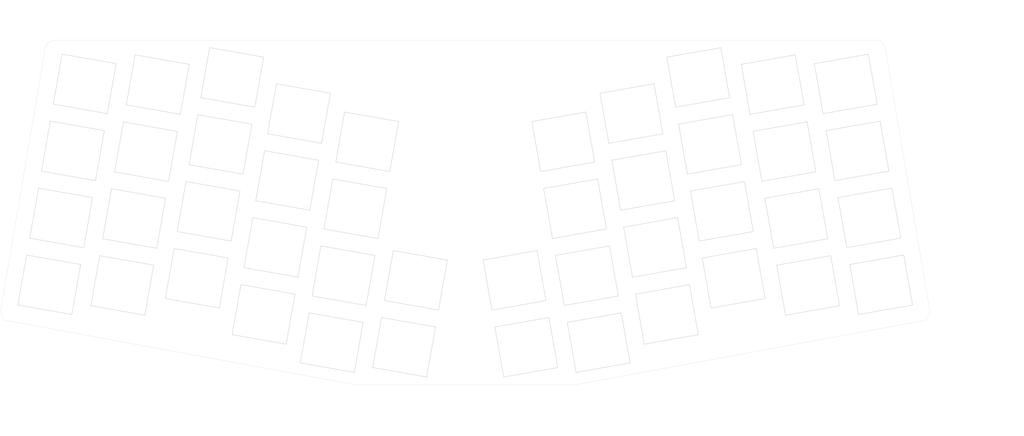
<source format=kicad_pcb>
(kicad_pcb (version 20171130) (host pcbnew "(5.1.10)-1")

  (general
    (thickness 1.6)
    (drawings 18)
    (tracks 0)
    (zones 0)
    (modules 54)
    (nets 1)
  )

  (page A4)
  (layers
    (0 F.Cu signal)
    (31 B.Cu signal)
    (32 B.Adhes user)
    (33 F.Adhes user)
    (34 B.Paste user)
    (35 F.Paste user)
    (36 B.SilkS user)
    (37 F.SilkS user)
    (38 B.Mask user)
    (39 F.Mask user)
    (40 Dwgs.User user)
    (41 Cmts.User user)
    (42 Eco1.User user)
    (43 Eco2.User user)
    (44 Edge.Cuts user)
    (45 Margin user)
    (46 B.CrtYd user)
    (47 F.CrtYd user)
    (48 B.Fab user)
    (49 F.Fab user)
  )

  (setup
    (last_trace_width 0.25)
    (user_trace_width 0.2)
    (user_trace_width 0.5)
    (trace_clearance 0.2)
    (zone_clearance 0.508)
    (zone_45_only no)
    (trace_min 0.2)
    (via_size 0.8)
    (via_drill 0.4)
    (via_min_size 0.4)
    (via_min_drill 0.3)
    (uvia_size 0.3)
    (uvia_drill 0.1)
    (uvias_allowed no)
    (uvia_min_size 0.2)
    (uvia_min_drill 0.1)
    (edge_width 0.05)
    (segment_width 0.2)
    (pcb_text_width 0.3)
    (pcb_text_size 1.5 1.5)
    (mod_edge_width 0.12)
    (mod_text_size 1 1)
    (mod_text_width 0.15)
    (pad_size 4 4)
    (pad_drill 4)
    (pad_to_mask_clearance 0)
    (aux_axis_origin 150 50)
    (visible_elements 7FFFFFFF)
    (pcbplotparams
      (layerselection 0x010fc_ffffffff)
      (usegerberextensions false)
      (usegerberattributes true)
      (usegerberadvancedattributes true)
      (creategerberjobfile true)
      (excludeedgelayer true)
      (linewidth 0.100000)
      (plotframeref false)
      (viasonmask false)
      (mode 1)
      (useauxorigin false)
      (hpglpennumber 1)
      (hpglpenspeed 20)
      (hpglpendiameter 15.000000)
      (psnegative false)
      (psa4output false)
      (plotreference true)
      (plotvalue true)
      (plotinvisibletext false)
      (padsonsilk false)
      (subtractmaskfromsilk false)
      (outputformat 1)
      (mirror false)
      (drillshape 0)
      (scaleselection 1)
      (outputdirectory "Gerber-top/"))
  )

  (net 0 "")

  (net_class Default "This is the default net class."
    (clearance 0.2)
    (trace_width 0.25)
    (via_dia 0.8)
    (via_drill 0.4)
    (uvia_dia 0.3)
    (uvia_drill 0.1)
  )

  (module pg1232:pg1232-D-Top (layer F.Cu) (tedit 61834AC9) (tstamp 6183DC45)
    (at 253.14263 116.852086 10)
    (path /61AB13C6)
    (attr smd)
    (fp_text reference U44 (at 0 0 10) (layer F.Fab) hide
      (effects (font (size 1 1) (thickness 0.15)))
    )
    (fp_text value diode-choc (at 0 13.35 10) (layer F.Fab)
      (effects (font (size 1 1) (thickness 0.15)))
    )
    (fp_arc (start -8 -3.15) (end -9 -3.15) (angle 90) (layer Dwgs.User) (width 0.15))
    (fp_arc (start -8 11.85) (end -8 12.85) (angle 90) (layer Dwgs.User) (width 0.15))
    (fp_arc (start 8 11.85) (end 9 11.85) (angle 90) (layer Dwgs.User) (width 0.15))
    (fp_arc (start 8 -3.15) (end 8 -4.15) (angle 90) (layer Dwgs.User) (width 0.15))
    (fp_line (start 6.85 10.7) (end 6.85 -2) (layer Edge.Cuts) (width 0.12))
    (fp_line (start -6.85 -2) (end -6.85 10.7) (layer Edge.Cuts) (width 0.12))
    (fp_line (start -6.85 -2) (end 6.85 -2) (layer Edge.Cuts) (width 0.12))
    (fp_line (start -6.85 10.7) (end 6.85 10.7) (layer Edge.Cuts) (width 0.12))
    (fp_line (start -8 -4.15) (end 8 -4.15) (layer Dwgs.User) (width 0.15))
    (fp_line (start 9 -3.15) (end 9 11.85) (layer Dwgs.User) (width 0.15))
    (fp_line (start 8 12.85) (end -8 12.85) (layer Dwgs.User) (width 0.15))
    (fp_line (start -9 11.85) (end -9 -3.15) (layer Dwgs.User) (width 0.15))
    (model /home/steven/gitproj/fusion/choc/models/pg1232.step
      (offset (xyz 0 -4.350003934669495 0))
      (scale (xyz 1 1 1))
      (rotate (xyz 0 0 0))
    )
  )

  (module pg1232:pg1232-D-Top (layer F.Cu) (tedit 61834AC9) (tstamp 6183D952)
    (at 231.94363 100.281086 10)
    (path /61AAF9EE)
    (attr smd)
    (fp_text reference U32 (at 0 0 10) (layer F.Fab) hide
      (effects (font (size 1 1) (thickness 0.15)))
    )
    (fp_text value diode-choc (at 0 13.35 10) (layer F.Fab)
      (effects (font (size 1 1) (thickness 0.15)))
    )
    (fp_arc (start -8 -3.15) (end -9 -3.15) (angle 90) (layer Dwgs.User) (width 0.15))
    (fp_arc (start -8 11.85) (end -8 12.85) (angle 90) (layer Dwgs.User) (width 0.15))
    (fp_arc (start 8 11.85) (end 9 11.85) (angle 90) (layer Dwgs.User) (width 0.15))
    (fp_arc (start 8 -3.15) (end 8 -4.15) (angle 90) (layer Dwgs.User) (width 0.15))
    (fp_line (start 6.85 10.7) (end 6.85 -2) (layer Edge.Cuts) (width 0.12))
    (fp_line (start -6.85 -2) (end -6.85 10.7) (layer Edge.Cuts) (width 0.12))
    (fp_line (start -6.85 -2) (end 6.85 -2) (layer Edge.Cuts) (width 0.12))
    (fp_line (start -6.85 10.7) (end 6.85 10.7) (layer Edge.Cuts) (width 0.12))
    (fp_line (start -8 -4.15) (end 8 -4.15) (layer Dwgs.User) (width 0.15))
    (fp_line (start 9 -3.15) (end 9 11.85) (layer Dwgs.User) (width 0.15))
    (fp_line (start 8 12.85) (end -8 12.85) (layer Dwgs.User) (width 0.15))
    (fp_line (start -9 11.85) (end -9 -3.15) (layer Dwgs.User) (width 0.15))
    (model /home/steven/gitproj/fusion/choc/models/pg1232.step
      (offset (xyz 0 -4.350003934669495 0))
      (scale (xyz 1 1 1))
      (rotate (xyz 0 0 0))
    )
  )

  (module pg1232:pg1232-D-Top (layer F.Cu) (tedit 61834AC9) (tstamp 6183DC18)
    (at 234.89563 117.023086 10)
    (path /61AB0454)
    (attr smd)
    (fp_text reference U43 (at 0 0 10) (layer F.Fab) hide
      (effects (font (size 1 1) (thickness 0.15)))
    )
    (fp_text value diode-choc (at 0 13.35 10) (layer F.Fab)
      (effects (font (size 1 1) (thickness 0.15)))
    )
    (fp_arc (start -8 -3.15) (end -9 -3.15) (angle 90) (layer Dwgs.User) (width 0.15))
    (fp_arc (start -8 11.85) (end -8 12.85) (angle 90) (layer Dwgs.User) (width 0.15))
    (fp_arc (start 8 11.85) (end 9 11.85) (angle 90) (layer Dwgs.User) (width 0.15))
    (fp_arc (start 8 -3.15) (end 8 -4.15) (angle 90) (layer Dwgs.User) (width 0.15))
    (fp_line (start 6.85 10.7) (end 6.85 -2) (layer Edge.Cuts) (width 0.12))
    (fp_line (start -6.85 -2) (end -6.85 10.7) (layer Edge.Cuts) (width 0.12))
    (fp_line (start -6.85 -2) (end 6.85 -2) (layer Edge.Cuts) (width 0.12))
    (fp_line (start -6.85 10.7) (end 6.85 10.7) (layer Edge.Cuts) (width 0.12))
    (fp_line (start -8 -4.15) (end 8 -4.15) (layer Dwgs.User) (width 0.15))
    (fp_line (start 9 -3.15) (end 9 11.85) (layer Dwgs.User) (width 0.15))
    (fp_line (start 8 12.85) (end -8 12.85) (layer Dwgs.User) (width 0.15))
    (fp_line (start -9 11.85) (end -9 -3.15) (layer Dwgs.User) (width 0.15))
    (model /home/steven/gitproj/fusion/choc/models/pg1232.step
      (offset (xyz 0 -4.350003934669495 0))
      (scale (xyz 1 1 1))
      (rotate (xyz 0 0 0))
    )
  )

  (module pg1232:pg1232-D-Top (layer F.Cu) (tedit 61834AC9) (tstamp 6183DBEB)
    (at 216.30063 115.225086 10)
    (path /61AAF151)
    (attr smd)
    (fp_text reference U42 (at 0 0 10) (layer F.Fab) hide
      (effects (font (size 1 1) (thickness 0.15)))
    )
    (fp_text value diode-choc (at 0 13.35 10) (layer F.Fab)
      (effects (font (size 1 1) (thickness 0.15)))
    )
    (fp_arc (start -8 -3.15) (end -9 -3.15) (angle 90) (layer Dwgs.User) (width 0.15))
    (fp_arc (start -8 11.85) (end -8 12.85) (angle 90) (layer Dwgs.User) (width 0.15))
    (fp_arc (start 8 11.85) (end 9 11.85) (angle 90) (layer Dwgs.User) (width 0.15))
    (fp_arc (start 8 -3.15) (end 8 -4.15) (angle 90) (layer Dwgs.User) (width 0.15))
    (fp_line (start 6.85 10.7) (end 6.85 -2) (layer Edge.Cuts) (width 0.12))
    (fp_line (start -6.85 -2) (end -6.85 10.7) (layer Edge.Cuts) (width 0.12))
    (fp_line (start -6.85 -2) (end 6.85 -2) (layer Edge.Cuts) (width 0.12))
    (fp_line (start -6.85 10.7) (end 6.85 10.7) (layer Edge.Cuts) (width 0.12))
    (fp_line (start -8 -4.15) (end 8 -4.15) (layer Dwgs.User) (width 0.15))
    (fp_line (start 9 -3.15) (end 9 11.85) (layer Dwgs.User) (width 0.15))
    (fp_line (start 8 12.85) (end -8 12.85) (layer Dwgs.User) (width 0.15))
    (fp_line (start -9 11.85) (end -9 -3.15) (layer Dwgs.User) (width 0.15))
    (model /home/steven/gitproj/fusion/choc/models/pg1232.step
      (offset (xyz 0 -4.350003934669495 0))
      (scale (xyz 1 1 1))
      (rotate (xyz 0 0 0))
    )
  )

  (module pg1232:pg1232-D-Top (layer F.Cu) (tedit 61834AC9) (tstamp 6183DBBE)
    (at 199.61563 124.259086 10)
    (path /61AADB91)
    (attr smd)
    (fp_text reference U41 (at 0 0 10) (layer F.Fab) hide
      (effects (font (size 1 1) (thickness 0.15)))
    )
    (fp_text value diode-choc (at 0 13.35 10) (layer F.Fab)
      (effects (font (size 1 1) (thickness 0.15)))
    )
    (fp_arc (start -8 -3.15) (end -9 -3.15) (angle 90) (layer Dwgs.User) (width 0.15))
    (fp_arc (start -8 11.85) (end -8 12.85) (angle 90) (layer Dwgs.User) (width 0.15))
    (fp_arc (start 8 11.85) (end 9 11.85) (angle 90) (layer Dwgs.User) (width 0.15))
    (fp_arc (start 8 -3.15) (end 8 -4.15) (angle 90) (layer Dwgs.User) (width 0.15))
    (fp_line (start 6.85 10.7) (end 6.85 -2) (layer Edge.Cuts) (width 0.12))
    (fp_line (start -6.85 -2) (end -6.85 10.7) (layer Edge.Cuts) (width 0.12))
    (fp_line (start -6.85 -2) (end 6.85 -2) (layer Edge.Cuts) (width 0.12))
    (fp_line (start -6.85 10.7) (end 6.85 10.7) (layer Edge.Cuts) (width 0.12))
    (fp_line (start -8 -4.15) (end 8 -4.15) (layer Dwgs.User) (width 0.15))
    (fp_line (start 9 -3.15) (end 9 11.85) (layer Dwgs.User) (width 0.15))
    (fp_line (start 8 12.85) (end -8 12.85) (layer Dwgs.User) (width 0.15))
    (fp_line (start -9 11.85) (end -9 -3.15) (layer Dwgs.User) (width 0.15))
    (model /home/steven/gitproj/fusion/choc/models/pg1232.step
      (offset (xyz 0 -4.350003934669495 0))
      (scale (xyz 1 1 1))
      (rotate (xyz 0 0 0))
    )
  )

  (module pg1232:pg1232-D-Top (layer F.Cu) (tedit 61834AC9) (tstamp 6183DB91)
    (at 182.58363 131.324086 10)
    (path /61AA59C6)
    (attr smd)
    (fp_text reference U40 (at 0 0 10) (layer F.Fab) hide
      (effects (font (size 1 1) (thickness 0.15)))
    )
    (fp_text value diode-choc (at 0 13.35 10) (layer F.Fab)
      (effects (font (size 1 1) (thickness 0.15)))
    )
    (fp_arc (start -8 -3.15) (end -9 -3.15) (angle 90) (layer Dwgs.User) (width 0.15))
    (fp_arc (start -8 11.85) (end -8 12.85) (angle 90) (layer Dwgs.User) (width 0.15))
    (fp_arc (start 8 11.85) (end 9 11.85) (angle 90) (layer Dwgs.User) (width 0.15))
    (fp_arc (start 8 -3.15) (end 8 -4.15) (angle 90) (layer Dwgs.User) (width 0.15))
    (fp_line (start 6.85 10.7) (end 6.85 -2) (layer Edge.Cuts) (width 0.12))
    (fp_line (start -6.85 -2) (end -6.85 10.7) (layer Edge.Cuts) (width 0.12))
    (fp_line (start -6.85 -2) (end 6.85 -2) (layer Edge.Cuts) (width 0.12))
    (fp_line (start -6.85 10.7) (end 6.85 10.7) (layer Edge.Cuts) (width 0.12))
    (fp_line (start -8 -4.15) (end 8 -4.15) (layer Dwgs.User) (width 0.15))
    (fp_line (start 9 -3.15) (end 9 11.85) (layer Dwgs.User) (width 0.15))
    (fp_line (start 8 12.85) (end -8 12.85) (layer Dwgs.User) (width 0.15))
    (fp_line (start -9 11.85) (end -9 -3.15) (layer Dwgs.User) (width 0.15))
    (model /home/steven/gitproj/fusion/choc/models/pg1232.step
      (offset (xyz 0 -4.350003934669495 0))
      (scale (xyz 1 1 1))
      (rotate (xyz 0 0 0))
    )
  )

  (module pg1232:pg1232-D-Top (layer F.Cu) (tedit 61834AC9) (tstamp 6183DB64)
    (at 164.50963 132.480086 10)
    (path /61AA4AF2)
    (attr smd)
    (fp_text reference U39 (at 0 0 10) (layer F.Fab) hide
      (effects (font (size 1 1) (thickness 0.15)))
    )
    (fp_text value diode-choc (at 0 13.35 10) (layer F.Fab)
      (effects (font (size 1 1) (thickness 0.15)))
    )
    (fp_arc (start -8 -3.15) (end -9 -3.15) (angle 90) (layer Dwgs.User) (width 0.15))
    (fp_arc (start -8 11.85) (end -8 12.85) (angle 90) (layer Dwgs.User) (width 0.15))
    (fp_arc (start 8 11.85) (end 9 11.85) (angle 90) (layer Dwgs.User) (width 0.15))
    (fp_arc (start 8 -3.15) (end 8 -4.15) (angle 90) (layer Dwgs.User) (width 0.15))
    (fp_line (start 6.85 10.7) (end 6.85 -2) (layer Edge.Cuts) (width 0.12))
    (fp_line (start -6.85 -2) (end -6.85 10.7) (layer Edge.Cuts) (width 0.12))
    (fp_line (start -6.85 -2) (end 6.85 -2) (layer Edge.Cuts) (width 0.12))
    (fp_line (start -6.85 10.7) (end 6.85 10.7) (layer Edge.Cuts) (width 0.12))
    (fp_line (start -8 -4.15) (end 8 -4.15) (layer Dwgs.User) (width 0.15))
    (fp_line (start 9 -3.15) (end 9 11.85) (layer Dwgs.User) (width 0.15))
    (fp_line (start 8 12.85) (end -8 12.85) (layer Dwgs.User) (width 0.15))
    (fp_line (start -9 11.85) (end -9 -3.15) (layer Dwgs.User) (width 0.15))
    (model /home/steven/gitproj/fusion/choc/models/pg1232.step
      (offset (xyz 0 -4.350003934669495 0))
      (scale (xyz 1 1 1))
      (rotate (xyz 0 0 0))
    )
  )

  (module pg1232:pg1232-D-Top (layer F.Cu) (tedit 61834AC9) (tstamp 6183D97F)
    (at 250.19063 100.110086 10)
    (path /61AB0C3C)
    (attr smd)
    (fp_text reference U33 (at 0 0 10) (layer F.Fab) hide
      (effects (font (size 1 1) (thickness 0.15)))
    )
    (fp_text value diode-choc (at 0 13.35 10) (layer F.Fab)
      (effects (font (size 1 1) (thickness 0.15)))
    )
    (fp_arc (start -8 -3.15) (end -9 -3.15) (angle 90) (layer Dwgs.User) (width 0.15))
    (fp_arc (start -8 11.85) (end -8 12.85) (angle 90) (layer Dwgs.User) (width 0.15))
    (fp_arc (start 8 11.85) (end 9 11.85) (angle 90) (layer Dwgs.User) (width 0.15))
    (fp_arc (start 8 -3.15) (end 8 -4.15) (angle 90) (layer Dwgs.User) (width 0.15))
    (fp_line (start 6.85 10.7) (end 6.85 -2) (layer Edge.Cuts) (width 0.12))
    (fp_line (start -6.85 -2) (end -6.85 10.7) (layer Edge.Cuts) (width 0.12))
    (fp_line (start -6.85 -2) (end 6.85 -2) (layer Edge.Cuts) (width 0.12))
    (fp_line (start -6.85 10.7) (end 6.85 10.7) (layer Edge.Cuts) (width 0.12))
    (fp_line (start -8 -4.15) (end 8 -4.15) (layer Dwgs.User) (width 0.15))
    (fp_line (start 9 -3.15) (end 9 11.85) (layer Dwgs.User) (width 0.15))
    (fp_line (start 8 12.85) (end -8 12.85) (layer Dwgs.User) (width 0.15))
    (fp_line (start -9 11.85) (end -9 -3.15) (layer Dwgs.User) (width 0.15))
    (model /home/steven/gitproj/fusion/choc/models/pg1232.step
      (offset (xyz 0 -4.350003934669495 0))
      (scale (xyz 1 1 1))
      (rotate (xyz 0 0 0))
    )
  )

  (module pg1232:pg1232-D-Top (layer F.Cu) (tedit 61834AC9) (tstamp 6183D925)
    (at 213.34863 98.483086 10)
    (path /61AAE352)
    (attr smd)
    (fp_text reference U31 (at 0 0 10) (layer F.Fab) hide
      (effects (font (size 1 1) (thickness 0.15)))
    )
    (fp_text value diode-choc (at 0 13.35 10) (layer F.Fab)
      (effects (font (size 1 1) (thickness 0.15)))
    )
    (fp_arc (start -8 -3.15) (end -9 -3.15) (angle 90) (layer Dwgs.User) (width 0.15))
    (fp_arc (start -8 11.85) (end -8 12.85) (angle 90) (layer Dwgs.User) (width 0.15))
    (fp_arc (start 8 11.85) (end 9 11.85) (angle 90) (layer Dwgs.User) (width 0.15))
    (fp_arc (start 8 -3.15) (end 8 -4.15) (angle 90) (layer Dwgs.User) (width 0.15))
    (fp_line (start 6.85 10.7) (end 6.85 -2) (layer Edge.Cuts) (width 0.12))
    (fp_line (start -6.85 -2) (end -6.85 10.7) (layer Edge.Cuts) (width 0.12))
    (fp_line (start -6.85 -2) (end 6.85 -2) (layer Edge.Cuts) (width 0.12))
    (fp_line (start -6.85 10.7) (end 6.85 10.7) (layer Edge.Cuts) (width 0.12))
    (fp_line (start -8 -4.15) (end 8 -4.15) (layer Dwgs.User) (width 0.15))
    (fp_line (start 9 -3.15) (end 9 11.85) (layer Dwgs.User) (width 0.15))
    (fp_line (start 8 12.85) (end -8 12.85) (layer Dwgs.User) (width 0.15))
    (fp_line (start -9 11.85) (end -9 -3.15) (layer Dwgs.User) (width 0.15))
    (model /home/steven/gitproj/fusion/choc/models/pg1232.step
      (offset (xyz 0 -4.350003934669495 0))
      (scale (xyz 1 1 1))
      (rotate (xyz 0 0 0))
    )
  )

  (module pg1232:pg1232-D-Top (layer F.Cu) (tedit 61834AC9) (tstamp 6183D8F8)
    (at 196.66363 107.517086 10)
    (path /61AACB41)
    (attr smd)
    (fp_text reference U30 (at 0 0 10) (layer F.Fab) hide
      (effects (font (size 1 1) (thickness 0.15)))
    )
    (fp_text value diode-choc (at 0 13.35 10) (layer F.Fab)
      (effects (font (size 1 1) (thickness 0.15)))
    )
    (fp_arc (start -8 -3.15) (end -9 -3.15) (angle 90) (layer Dwgs.User) (width 0.15))
    (fp_arc (start -8 11.85) (end -8 12.85) (angle 90) (layer Dwgs.User) (width 0.15))
    (fp_arc (start 8 11.85) (end 9 11.85) (angle 90) (layer Dwgs.User) (width 0.15))
    (fp_arc (start 8 -3.15) (end 8 -4.15) (angle 90) (layer Dwgs.User) (width 0.15))
    (fp_line (start 6.85 10.7) (end 6.85 -2) (layer Edge.Cuts) (width 0.12))
    (fp_line (start -6.85 -2) (end -6.85 10.7) (layer Edge.Cuts) (width 0.12))
    (fp_line (start -6.85 -2) (end 6.85 -2) (layer Edge.Cuts) (width 0.12))
    (fp_line (start -6.85 10.7) (end 6.85 10.7) (layer Edge.Cuts) (width 0.12))
    (fp_line (start -8 -4.15) (end 8 -4.15) (layer Dwgs.User) (width 0.15))
    (fp_line (start 9 -3.15) (end 9 11.85) (layer Dwgs.User) (width 0.15))
    (fp_line (start 8 12.85) (end -8 12.85) (layer Dwgs.User) (width 0.15))
    (fp_line (start -9 11.85) (end -9 -3.15) (layer Dwgs.User) (width 0.15))
    (model /home/steven/gitproj/fusion/choc/models/pg1232.step
      (offset (xyz 0 -4.350003934669495 0))
      (scale (xyz 1 1 1))
      (rotate (xyz 0 0 0))
    )
  )

  (module pg1232:pg1232-D-Top (layer F.Cu) (tedit 61834AC9) (tstamp 6183D8CB)
    (at 179.63163 114.582086 10)
    (path /61AA52A6)
    (attr smd)
    (fp_text reference U29 (at 0 0 10) (layer F.Fab) hide
      (effects (font (size 1 1) (thickness 0.15)))
    )
    (fp_text value diode-choc (at 0 13.35 10) (layer F.Fab)
      (effects (font (size 1 1) (thickness 0.15)))
    )
    (fp_arc (start -8 -3.15) (end -9 -3.15) (angle 90) (layer Dwgs.User) (width 0.15))
    (fp_arc (start -8 11.85) (end -8 12.85) (angle 90) (layer Dwgs.User) (width 0.15))
    (fp_arc (start 8 11.85) (end 9 11.85) (angle 90) (layer Dwgs.User) (width 0.15))
    (fp_arc (start 8 -3.15) (end 8 -4.15) (angle 90) (layer Dwgs.User) (width 0.15))
    (fp_line (start 6.85 10.7) (end 6.85 -2) (layer Edge.Cuts) (width 0.12))
    (fp_line (start -6.85 -2) (end -6.85 10.7) (layer Edge.Cuts) (width 0.12))
    (fp_line (start -6.85 -2) (end 6.85 -2) (layer Edge.Cuts) (width 0.12))
    (fp_line (start -6.85 10.7) (end 6.85 10.7) (layer Edge.Cuts) (width 0.12))
    (fp_line (start -8 -4.15) (end 8 -4.15) (layer Dwgs.User) (width 0.15))
    (fp_line (start 9 -3.15) (end 9 11.85) (layer Dwgs.User) (width 0.15))
    (fp_line (start 8 12.85) (end -8 12.85) (layer Dwgs.User) (width 0.15))
    (fp_line (start -9 11.85) (end -9 -3.15) (layer Dwgs.User) (width 0.15))
    (model /home/steven/gitproj/fusion/choc/models/pg1232.step
      (offset (xyz 0 -4.350003934669495 0))
      (scale (xyz 1 1 1))
      (rotate (xyz 0 0 0))
    )
  )

  (module pg1232:pg1232-D-Top (layer F.Cu) (tedit 61834AC9) (tstamp 6183D89E)
    (at 161.55763 115.738086 10)
    (path /61AA3A0E)
    (attr smd)
    (fp_text reference U28 (at 0 0 10) (layer F.Fab) hide
      (effects (font (size 1 1) (thickness 0.15)))
    )
    (fp_text value diode-choc (at 0 13.35 10) (layer F.Fab)
      (effects (font (size 1 1) (thickness 0.15)))
    )
    (fp_arc (start -8 -3.15) (end -9 -3.15) (angle 90) (layer Dwgs.User) (width 0.15))
    (fp_arc (start -8 11.85) (end -8 12.85) (angle 90) (layer Dwgs.User) (width 0.15))
    (fp_arc (start 8 11.85) (end 9 11.85) (angle 90) (layer Dwgs.User) (width 0.15))
    (fp_arc (start 8 -3.15) (end 8 -4.15) (angle 90) (layer Dwgs.User) (width 0.15))
    (fp_line (start 6.85 10.7) (end 6.85 -2) (layer Edge.Cuts) (width 0.12))
    (fp_line (start -6.85 -2) (end -6.85 10.7) (layer Edge.Cuts) (width 0.12))
    (fp_line (start -6.85 -2) (end 6.85 -2) (layer Edge.Cuts) (width 0.12))
    (fp_line (start -6.85 10.7) (end 6.85 10.7) (layer Edge.Cuts) (width 0.12))
    (fp_line (start -8 -4.15) (end 8 -4.15) (layer Dwgs.User) (width 0.15))
    (fp_line (start 9 -3.15) (end 9 11.85) (layer Dwgs.User) (width 0.15))
    (fp_line (start 8 12.85) (end -8 12.85) (layer Dwgs.User) (width 0.15))
    (fp_line (start -9 11.85) (end -9 -3.15) (layer Dwgs.User) (width 0.15))
    (model /home/steven/gitproj/fusion/choc/models/pg1232.step
      (offset (xyz 0 -4.350003934669495 0))
      (scale (xyz 1 1 1))
      (rotate (xyz 0 0 0))
    )
  )

  (module pg1232:pg1232-D-Top (layer F.Cu) (tedit 61834AC9) (tstamp 61838C20)
    (at 117.41637 131.324086 350)
    (path /61A3DB7E)
    (attr smd)
    (fp_text reference U38 (at 0 0 170) (layer F.Fab) hide
      (effects (font (size 1 1) (thickness 0.15)))
    )
    (fp_text value diode-choc (at 0 13.35 170) (layer F.Fab)
      (effects (font (size 1 1) (thickness 0.15)))
    )
    (fp_arc (start -8 -3.15) (end -9 -3.15) (angle 90) (layer Dwgs.User) (width 0.15))
    (fp_arc (start -8 11.85) (end -8 12.85) (angle 90) (layer Dwgs.User) (width 0.15))
    (fp_arc (start 8 11.85) (end 9 11.85) (angle 90) (layer Dwgs.User) (width 0.15))
    (fp_arc (start 8 -3.15) (end 8 -4.15) (angle 90) (layer Dwgs.User) (width 0.15))
    (fp_line (start 6.85 10.7) (end 6.85 -2) (layer Edge.Cuts) (width 0.12))
    (fp_line (start -6.85 -2) (end -6.85 10.7) (layer Edge.Cuts) (width 0.12))
    (fp_line (start -6.85 -2) (end 6.85 -2) (layer Edge.Cuts) (width 0.12))
    (fp_line (start -6.85 10.7) (end 6.85 10.7) (layer Edge.Cuts) (width 0.12))
    (fp_line (start -8 -4.15) (end 8 -4.15) (layer Dwgs.User) (width 0.15))
    (fp_line (start 9 -3.15) (end 9 11.85) (layer Dwgs.User) (width 0.15))
    (fp_line (start 8 12.85) (end -8 12.85) (layer Dwgs.User) (width 0.15))
    (fp_line (start -9 11.85) (end -9 -3.15) (layer Dwgs.User) (width 0.15))
    (model /home/steven/gitproj/fusion/choc/models/pg1232.step
      (offset (xyz 0 -4.350003934669495 0))
      (scale (xyz 1 1 1))
      (rotate (xyz 0 0 0))
    )
  )

  (module pg1232:pg1232-D-Top (layer F.Cu) (tedit 61834AC9) (tstamp 61838BF3)
    (at 100.38417 124.259086 350)
    (path /61A36F23)
    (attr smd)
    (fp_text reference U37 (at 0 0 170) (layer F.Fab) hide
      (effects (font (size 1 1) (thickness 0.15)))
    )
    (fp_text value diode-choc (at 0 13.35 170) (layer F.Fab)
      (effects (font (size 1 1) (thickness 0.15)))
    )
    (fp_arc (start -8 -3.15) (end -9 -3.15) (angle 90) (layer Dwgs.User) (width 0.15))
    (fp_arc (start -8 11.85) (end -8 12.85) (angle 90) (layer Dwgs.User) (width 0.15))
    (fp_arc (start 8 11.85) (end 9 11.85) (angle 90) (layer Dwgs.User) (width 0.15))
    (fp_arc (start 8 -3.15) (end 8 -4.15) (angle 90) (layer Dwgs.User) (width 0.15))
    (fp_line (start 6.85 10.7) (end 6.85 -2) (layer Edge.Cuts) (width 0.12))
    (fp_line (start -6.85 -2) (end -6.85 10.7) (layer Edge.Cuts) (width 0.12))
    (fp_line (start -6.85 -2) (end 6.85 -2) (layer Edge.Cuts) (width 0.12))
    (fp_line (start -6.85 10.7) (end 6.85 10.7) (layer Edge.Cuts) (width 0.12))
    (fp_line (start -8 -4.15) (end 8 -4.15) (layer Dwgs.User) (width 0.15))
    (fp_line (start 9 -3.15) (end 9 11.85) (layer Dwgs.User) (width 0.15))
    (fp_line (start 8 12.85) (end -8 12.85) (layer Dwgs.User) (width 0.15))
    (fp_line (start -9 11.85) (end -9 -3.15) (layer Dwgs.User) (width 0.15))
    (model /home/steven/gitproj/fusion/choc/models/pg1232.step
      (offset (xyz 0 -4.350003934669495 0))
      (scale (xyz 1 1 1))
      (rotate (xyz 0 0 0))
    )
  )

  (module pg1232:pg1232-D-Top (layer F.Cu) (tedit 61834AC9) (tstamp 61838BC6)
    (at 83.69957 115.225086 350)
    (path /61A2D92F)
    (attr smd)
    (fp_text reference U36 (at 0 0 170) (layer F.Fab) hide
      (effects (font (size 1 1) (thickness 0.15)))
    )
    (fp_text value diode-choc (at 0 13.35 170) (layer F.Fab)
      (effects (font (size 1 1) (thickness 0.15)))
    )
    (fp_arc (start -8 -3.15) (end -9 -3.15) (angle 90) (layer Dwgs.User) (width 0.15))
    (fp_arc (start -8 11.85) (end -8 12.85) (angle 90) (layer Dwgs.User) (width 0.15))
    (fp_arc (start 8 11.85) (end 9 11.85) (angle 90) (layer Dwgs.User) (width 0.15))
    (fp_arc (start 8 -3.15) (end 8 -4.15) (angle 90) (layer Dwgs.User) (width 0.15))
    (fp_line (start 6.85 10.7) (end 6.85 -2) (layer Edge.Cuts) (width 0.12))
    (fp_line (start -6.85 -2) (end -6.85 10.7) (layer Edge.Cuts) (width 0.12))
    (fp_line (start -6.85 -2) (end 6.85 -2) (layer Edge.Cuts) (width 0.12))
    (fp_line (start -6.85 10.7) (end 6.85 10.7) (layer Edge.Cuts) (width 0.12))
    (fp_line (start -8 -4.15) (end 8 -4.15) (layer Dwgs.User) (width 0.15))
    (fp_line (start 9 -3.15) (end 9 11.85) (layer Dwgs.User) (width 0.15))
    (fp_line (start 8 12.85) (end -8 12.85) (layer Dwgs.User) (width 0.15))
    (fp_line (start -9 11.85) (end -9 -3.15) (layer Dwgs.User) (width 0.15))
    (model /home/steven/gitproj/fusion/choc/models/pg1232.step
      (offset (xyz 0 -4.350003934669495 0))
      (scale (xyz 1 1 1))
      (rotate (xyz 0 0 0))
    )
  )

  (module pg1232:pg1232-D-Top (layer F.Cu) (tedit 61834AC9) (tstamp 61838B99)
    (at 65.10477 117.023086 350)
    (path /61A26518)
    (attr smd)
    (fp_text reference U35 (at 0 0 170) (layer F.Fab) hide
      (effects (font (size 1 1) (thickness 0.15)))
    )
    (fp_text value diode-choc (at 0 13.35 170) (layer F.Fab)
      (effects (font (size 1 1) (thickness 0.15)))
    )
    (fp_arc (start -8 -3.15) (end -9 -3.15) (angle 90) (layer Dwgs.User) (width 0.15))
    (fp_arc (start -8 11.85) (end -8 12.85) (angle 90) (layer Dwgs.User) (width 0.15))
    (fp_arc (start 8 11.85) (end 9 11.85) (angle 90) (layer Dwgs.User) (width 0.15))
    (fp_arc (start 8 -3.15) (end 8 -4.15) (angle 90) (layer Dwgs.User) (width 0.15))
    (fp_line (start 6.85 10.7) (end 6.85 -2) (layer Edge.Cuts) (width 0.12))
    (fp_line (start -6.85 -2) (end -6.85 10.7) (layer Edge.Cuts) (width 0.12))
    (fp_line (start -6.85 -2) (end 6.85 -2) (layer Edge.Cuts) (width 0.12))
    (fp_line (start -6.85 10.7) (end 6.85 10.7) (layer Edge.Cuts) (width 0.12))
    (fp_line (start -8 -4.15) (end 8 -4.15) (layer Dwgs.User) (width 0.15))
    (fp_line (start 9 -3.15) (end 9 11.85) (layer Dwgs.User) (width 0.15))
    (fp_line (start 8 12.85) (end -8 12.85) (layer Dwgs.User) (width 0.15))
    (fp_line (start -9 11.85) (end -9 -3.15) (layer Dwgs.User) (width 0.15))
    (model /home/steven/gitproj/fusion/choc/models/pg1232.step
      (offset (xyz 0 -4.350003934669495 0))
      (scale (xyz 1 1 1))
      (rotate (xyz 0 0 0))
    )
  )

  (module pg1232:pg1232-D-Top (layer F.Cu) (tedit 61834AC9) (tstamp 61838B6C)
    (at 46.85727 116.852086 350)
    (path /61A1C919)
    (attr smd)
    (fp_text reference U34 (at 0 0 170) (layer F.Fab) hide
      (effects (font (size 1 1) (thickness 0.15)))
    )
    (fp_text value diode-choc (at 0 13.35 170) (layer F.Fab)
      (effects (font (size 1 1) (thickness 0.15)))
    )
    (fp_arc (start -8 -3.15) (end -9 -3.15) (angle 90) (layer Dwgs.User) (width 0.15))
    (fp_arc (start -8 11.85) (end -8 12.85) (angle 90) (layer Dwgs.User) (width 0.15))
    (fp_arc (start 8 11.85) (end 9 11.85) (angle 90) (layer Dwgs.User) (width 0.15))
    (fp_arc (start 8 -3.15) (end 8 -4.15) (angle 90) (layer Dwgs.User) (width 0.15))
    (fp_line (start 6.85 10.7) (end 6.85 -2) (layer Edge.Cuts) (width 0.12))
    (fp_line (start -6.85 -2) (end -6.85 10.7) (layer Edge.Cuts) (width 0.12))
    (fp_line (start -6.85 -2) (end 6.85 -2) (layer Edge.Cuts) (width 0.12))
    (fp_line (start -6.85 10.7) (end 6.85 10.7) (layer Edge.Cuts) (width 0.12))
    (fp_line (start -8 -4.15) (end 8 -4.15) (layer Dwgs.User) (width 0.15))
    (fp_line (start 9 -3.15) (end 9 11.85) (layer Dwgs.User) (width 0.15))
    (fp_line (start 8 12.85) (end -8 12.85) (layer Dwgs.User) (width 0.15))
    (fp_line (start -9 11.85) (end -9 -3.15) (layer Dwgs.User) (width 0.15))
    (model /home/steven/gitproj/fusion/choc/models/pg1232.step
      (offset (xyz 0 -4.350003934669495 0))
      (scale (xyz 1 1 1))
      (rotate (xyz 0 0 0))
    )
  )

  (module pg1232:pg1232-D-Top (layer F.Cu) (tedit 61834AC9) (tstamp 618387F7)
    (at 120.36837 114.582086 350)
    (path /61A3E374)
    (attr smd)
    (fp_text reference U27 (at 0 0 170) (layer F.Fab) hide
      (effects (font (size 1 1) (thickness 0.15)))
    )
    (fp_text value diode-choc (at 0 13.35 170) (layer F.Fab)
      (effects (font (size 1 1) (thickness 0.15)))
    )
    (fp_arc (start -8 -3.15) (end -9 -3.15) (angle 90) (layer Dwgs.User) (width 0.15))
    (fp_arc (start -8 11.85) (end -8 12.85) (angle 90) (layer Dwgs.User) (width 0.15))
    (fp_arc (start 8 11.85) (end 9 11.85) (angle 90) (layer Dwgs.User) (width 0.15))
    (fp_arc (start 8 -3.15) (end 8 -4.15) (angle 90) (layer Dwgs.User) (width 0.15))
    (fp_line (start 6.85 10.7) (end 6.85 -2) (layer Edge.Cuts) (width 0.12))
    (fp_line (start -6.85 -2) (end -6.85 10.7) (layer Edge.Cuts) (width 0.12))
    (fp_line (start -6.85 -2) (end 6.85 -2) (layer Edge.Cuts) (width 0.12))
    (fp_line (start -6.85 10.7) (end 6.85 10.7) (layer Edge.Cuts) (width 0.12))
    (fp_line (start -8 -4.15) (end 8 -4.15) (layer Dwgs.User) (width 0.15))
    (fp_line (start 9 -3.15) (end 9 11.85) (layer Dwgs.User) (width 0.15))
    (fp_line (start 8 12.85) (end -8 12.85) (layer Dwgs.User) (width 0.15))
    (fp_line (start -9 11.85) (end -9 -3.15) (layer Dwgs.User) (width 0.15))
    (model /home/steven/gitproj/fusion/choc/models/pg1232.step
      (offset (xyz 0 -4.350003934669495 0))
      (scale (xyz 1 1 1))
      (rotate (xyz 0 0 0))
    )
  )

  (module pg1232:pg1232-D-Top (layer F.Cu) (tedit 61834AC9) (tstamp 618387CA)
    (at 103.33637 107.517086 350)
    (path /61A34ECF)
    (attr smd)
    (fp_text reference U26 (at 0 0 170) (layer F.Fab) hide
      (effects (font (size 1 1) (thickness 0.15)))
    )
    (fp_text value diode-choc (at 0 13.35 170) (layer F.Fab)
      (effects (font (size 1 1) (thickness 0.15)))
    )
    (fp_arc (start -8 -3.15) (end -9 -3.15) (angle 90) (layer Dwgs.User) (width 0.15))
    (fp_arc (start -8 11.85) (end -8 12.85) (angle 90) (layer Dwgs.User) (width 0.15))
    (fp_arc (start 8 11.85) (end 9 11.85) (angle 90) (layer Dwgs.User) (width 0.15))
    (fp_arc (start 8 -3.15) (end 8 -4.15) (angle 90) (layer Dwgs.User) (width 0.15))
    (fp_line (start 6.85 10.7) (end 6.85 -2) (layer Edge.Cuts) (width 0.12))
    (fp_line (start -6.85 -2) (end -6.85 10.7) (layer Edge.Cuts) (width 0.12))
    (fp_line (start -6.85 -2) (end 6.85 -2) (layer Edge.Cuts) (width 0.12))
    (fp_line (start -6.85 10.7) (end 6.85 10.7) (layer Edge.Cuts) (width 0.12))
    (fp_line (start -8 -4.15) (end 8 -4.15) (layer Dwgs.User) (width 0.15))
    (fp_line (start 9 -3.15) (end 9 11.85) (layer Dwgs.User) (width 0.15))
    (fp_line (start 8 12.85) (end -8 12.85) (layer Dwgs.User) (width 0.15))
    (fp_line (start -9 11.85) (end -9 -3.15) (layer Dwgs.User) (width 0.15))
    (model /home/steven/gitproj/fusion/choc/models/pg1232.step
      (offset (xyz 0 -4.350003934669495 0))
      (scale (xyz 1 1 1))
      (rotate (xyz 0 0 0))
    )
  )

  (module pg1232:pg1232-D-Top (layer F.Cu) (tedit 61834AC9) (tstamp 6183879D)
    (at 86.65157 98.483086 350)
    (path /61A2D0A4)
    (attr smd)
    (fp_text reference U25 (at 0 0 170) (layer F.Fab) hide
      (effects (font (size 1 1) (thickness 0.15)))
    )
    (fp_text value diode-choc (at 0 13.35 170) (layer F.Fab)
      (effects (font (size 1 1) (thickness 0.15)))
    )
    (fp_arc (start -8 -3.15) (end -9 -3.15) (angle 90) (layer Dwgs.User) (width 0.15))
    (fp_arc (start -8 11.85) (end -8 12.85) (angle 90) (layer Dwgs.User) (width 0.15))
    (fp_arc (start 8 11.85) (end 9 11.85) (angle 90) (layer Dwgs.User) (width 0.15))
    (fp_arc (start 8 -3.15) (end 8 -4.15) (angle 90) (layer Dwgs.User) (width 0.15))
    (fp_line (start 6.85 10.7) (end 6.85 -2) (layer Edge.Cuts) (width 0.12))
    (fp_line (start -6.85 -2) (end -6.85 10.7) (layer Edge.Cuts) (width 0.12))
    (fp_line (start -6.85 -2) (end 6.85 -2) (layer Edge.Cuts) (width 0.12))
    (fp_line (start -6.85 10.7) (end 6.85 10.7) (layer Edge.Cuts) (width 0.12))
    (fp_line (start -8 -4.15) (end 8 -4.15) (layer Dwgs.User) (width 0.15))
    (fp_line (start 9 -3.15) (end 9 11.85) (layer Dwgs.User) (width 0.15))
    (fp_line (start 8 12.85) (end -8 12.85) (layer Dwgs.User) (width 0.15))
    (fp_line (start -9 11.85) (end -9 -3.15) (layer Dwgs.User) (width 0.15))
    (model /home/steven/gitproj/fusion/choc/models/pg1232.step
      (offset (xyz 0 -4.350003934669495 0))
      (scale (xyz 1 1 1))
      (rotate (xyz 0 0 0))
    )
  )

  (module pg1232:pg1232-D-Top (layer F.Cu) (tedit 61834AC9) (tstamp 61838770)
    (at 68.05677 100.281086 350)
    (path /61A25632)
    (attr smd)
    (fp_text reference U24 (at 0 0 170) (layer F.Fab) hide
      (effects (font (size 1 1) (thickness 0.15)))
    )
    (fp_text value diode-choc (at 0 13.35 170) (layer F.Fab)
      (effects (font (size 1 1) (thickness 0.15)))
    )
    (fp_arc (start -8 -3.15) (end -9 -3.15) (angle 90) (layer Dwgs.User) (width 0.15))
    (fp_arc (start -8 11.85) (end -8 12.85) (angle 90) (layer Dwgs.User) (width 0.15))
    (fp_arc (start 8 11.85) (end 9 11.85) (angle 90) (layer Dwgs.User) (width 0.15))
    (fp_arc (start 8 -3.15) (end 8 -4.15) (angle 90) (layer Dwgs.User) (width 0.15))
    (fp_line (start 6.85 10.7) (end 6.85 -2) (layer Edge.Cuts) (width 0.12))
    (fp_line (start -6.85 -2) (end -6.85 10.7) (layer Edge.Cuts) (width 0.12))
    (fp_line (start -6.85 -2) (end 6.85 -2) (layer Edge.Cuts) (width 0.12))
    (fp_line (start -6.85 10.7) (end 6.85 10.7) (layer Edge.Cuts) (width 0.12))
    (fp_line (start -8 -4.15) (end 8 -4.15) (layer Dwgs.User) (width 0.15))
    (fp_line (start 9 -3.15) (end 9 11.85) (layer Dwgs.User) (width 0.15))
    (fp_line (start 8 12.85) (end -8 12.85) (layer Dwgs.User) (width 0.15))
    (fp_line (start -9 11.85) (end -9 -3.15) (layer Dwgs.User) (width 0.15))
    (model /home/steven/gitproj/fusion/choc/models/pg1232.step
      (offset (xyz 0 -4.350003934669495 0))
      (scale (xyz 1 1 1))
      (rotate (xyz 0 0 0))
    )
  )

  (module pg1232:pg1232-D-Top (layer F.Cu) (tedit 61834AC9) (tstamp 61838743)
    (at 49.833205 100.141561 350)
    (path /61A1D872)
    (attr smd)
    (fp_text reference U23 (at 0 0 170) (layer F.Fab) hide
      (effects (font (size 1 1) (thickness 0.15)))
    )
    (fp_text value diode-choc (at 0 13.35 170) (layer F.Fab)
      (effects (font (size 1 1) (thickness 0.15)))
    )
    (fp_arc (start -8 -3.15) (end -9 -3.15) (angle 90) (layer Dwgs.User) (width 0.15))
    (fp_arc (start -8 11.85) (end -8 12.85) (angle 90) (layer Dwgs.User) (width 0.15))
    (fp_arc (start 8 11.85) (end 9 11.85) (angle 90) (layer Dwgs.User) (width 0.15))
    (fp_arc (start 8 -3.15) (end 8 -4.15) (angle 90) (layer Dwgs.User) (width 0.15))
    (fp_line (start 6.85 10.7) (end 6.85 -2) (layer Edge.Cuts) (width 0.12))
    (fp_line (start -6.85 -2) (end -6.85 10.7) (layer Edge.Cuts) (width 0.12))
    (fp_line (start -6.85 -2) (end 6.85 -2) (layer Edge.Cuts) (width 0.12))
    (fp_line (start -6.85 10.7) (end 6.85 10.7) (layer Edge.Cuts) (width 0.12))
    (fp_line (start -8 -4.15) (end 8 -4.15) (layer Dwgs.User) (width 0.15))
    (fp_line (start 9 -3.15) (end 9 11.85) (layer Dwgs.User) (width 0.15))
    (fp_line (start 8 12.85) (end -8 12.85) (layer Dwgs.User) (width 0.15))
    (fp_line (start -9 11.85) (end -9 -3.15) (layer Dwgs.User) (width 0.15))
    (model /home/steven/gitproj/fusion/choc/models/pg1232.step
      (offset (xyz 0 -4.350003934669495 0))
      (scale (xyz 1 1 1))
      (rotate (xyz 0 0 0))
    )
  )

  (module pg1232:pg1232-D-Top (layer F.Cu) (tedit 61834AC9) (tstamp 61831E77)
    (at 247.23863 83.368486 10)
    (path /6196ED9C)
    (attr smd)
    (fp_text reference U22 (at 0 0 10) (layer F.Fab) hide
      (effects (font (size 1 1) (thickness 0.15)))
    )
    (fp_text value diode-choc (at 0 13.35 10) (layer F.Fab)
      (effects (font (size 1 1) (thickness 0.15)))
    )
    (fp_arc (start -8 -3.15) (end -9 -3.15) (angle 90) (layer Dwgs.User) (width 0.15))
    (fp_arc (start -8 11.85) (end -8 12.85) (angle 90) (layer Dwgs.User) (width 0.15))
    (fp_arc (start 8 11.85) (end 9 11.85) (angle 90) (layer Dwgs.User) (width 0.15))
    (fp_arc (start 8 -3.15) (end 8 -4.15) (angle 90) (layer Dwgs.User) (width 0.15))
    (fp_line (start 6.85 10.7) (end 6.85 -2) (layer Edge.Cuts) (width 0.12))
    (fp_line (start -6.85 -2) (end -6.85 10.7) (layer Edge.Cuts) (width 0.12))
    (fp_line (start -6.85 -2) (end 6.85 -2) (layer Edge.Cuts) (width 0.12))
    (fp_line (start -6.85 10.7) (end 6.85 10.7) (layer Edge.Cuts) (width 0.12))
    (fp_line (start -8 -4.15) (end 8 -4.15) (layer Dwgs.User) (width 0.15))
    (fp_line (start 9 -3.15) (end 9 11.85) (layer Dwgs.User) (width 0.15))
    (fp_line (start 8 12.85) (end -8 12.85) (layer Dwgs.User) (width 0.15))
    (fp_line (start -9 11.85) (end -9 -3.15) (layer Dwgs.User) (width 0.15))
    (model /home/steven/gitproj/fusion/choc/models/pg1232.step
      (offset (xyz 0 -4.350003934669495 0))
      (scale (xyz 1 1 1))
      (rotate (xyz 0 0 0))
    )
  )

  (module pg1232:pg1232-D-Top (layer F.Cu) (tedit 61834AC9) (tstamp 61831E4A)
    (at 228.99163 83.539686 10)
    (path /6196E5AD)
    (attr smd)
    (fp_text reference U21 (at 0 0 10) (layer F.Fab) hide
      (effects (font (size 1 1) (thickness 0.15)))
    )
    (fp_text value diode-choc (at 0 13.35 10) (layer F.Fab)
      (effects (font (size 1 1) (thickness 0.15)))
    )
    (fp_arc (start -8 -3.15) (end -9 -3.15) (angle 90) (layer Dwgs.User) (width 0.15))
    (fp_arc (start -8 11.85) (end -8 12.85) (angle 90) (layer Dwgs.User) (width 0.15))
    (fp_arc (start 8 11.85) (end 9 11.85) (angle 90) (layer Dwgs.User) (width 0.15))
    (fp_arc (start 8 -3.15) (end 8 -4.15) (angle 90) (layer Dwgs.User) (width 0.15))
    (fp_line (start 6.85 10.7) (end 6.85 -2) (layer Edge.Cuts) (width 0.12))
    (fp_line (start -6.85 -2) (end -6.85 10.7) (layer Edge.Cuts) (width 0.12))
    (fp_line (start -6.85 -2) (end 6.85 -2) (layer Edge.Cuts) (width 0.12))
    (fp_line (start -6.85 10.7) (end 6.85 10.7) (layer Edge.Cuts) (width 0.12))
    (fp_line (start -8 -4.15) (end 8 -4.15) (layer Dwgs.User) (width 0.15))
    (fp_line (start 9 -3.15) (end 9 11.85) (layer Dwgs.User) (width 0.15))
    (fp_line (start 8 12.85) (end -8 12.85) (layer Dwgs.User) (width 0.15))
    (fp_line (start -9 11.85) (end -9 -3.15) (layer Dwgs.User) (width 0.15))
    (model /home/steven/gitproj/fusion/choc/models/pg1232.step
      (offset (xyz 0 -4.350003934669495 0))
      (scale (xyz 1 1 1))
      (rotate (xyz 0 0 0))
    )
  )

  (module pg1232:pg1232-D-Top (layer F.Cu) (tedit 61834AC9) (tstamp 61831E1D)
    (at 210.39663 81.741386 10)
    (path /6196DE37)
    (attr smd)
    (fp_text reference U20 (at 0 0 10) (layer F.Fab) hide
      (effects (font (size 1 1) (thickness 0.15)))
    )
    (fp_text value diode-choc (at 0 13.35 10) (layer F.Fab)
      (effects (font (size 1 1) (thickness 0.15)))
    )
    (fp_arc (start -8 -3.15) (end -9 -3.15) (angle 90) (layer Dwgs.User) (width 0.15))
    (fp_arc (start -8 11.85) (end -8 12.85) (angle 90) (layer Dwgs.User) (width 0.15))
    (fp_arc (start 8 11.85) (end 9 11.85) (angle 90) (layer Dwgs.User) (width 0.15))
    (fp_arc (start 8 -3.15) (end 8 -4.15) (angle 90) (layer Dwgs.User) (width 0.15))
    (fp_line (start 6.85 10.7) (end 6.85 -2) (layer Edge.Cuts) (width 0.12))
    (fp_line (start -6.85 -2) (end -6.85 10.7) (layer Edge.Cuts) (width 0.12))
    (fp_line (start -6.85 -2) (end 6.85 -2) (layer Edge.Cuts) (width 0.12))
    (fp_line (start -6.85 10.7) (end 6.85 10.7) (layer Edge.Cuts) (width 0.12))
    (fp_line (start -8 -4.15) (end 8 -4.15) (layer Dwgs.User) (width 0.15))
    (fp_line (start 9 -3.15) (end 9 11.85) (layer Dwgs.User) (width 0.15))
    (fp_line (start 8 12.85) (end -8 12.85) (layer Dwgs.User) (width 0.15))
    (fp_line (start -9 11.85) (end -9 -3.15) (layer Dwgs.User) (width 0.15))
    (model /home/steven/gitproj/fusion/choc/models/pg1232.step
      (offset (xyz 0 -4.350003934669495 0))
      (scale (xyz 1 1 1))
      (rotate (xyz 0 0 0))
    )
  )

  (module pg1232:pg1232-D-Top (layer F.Cu) (tedit 61834AC9) (tstamp 61831DF0)
    (at 193.71163 90.775886 10)
    (path /6196D696)
    (attr smd)
    (fp_text reference U19 (at 0 0 10) (layer F.Fab) hide
      (effects (font (size 1 1) (thickness 0.15)))
    )
    (fp_text value diode-choc (at 0 13.35 10) (layer F.Fab)
      (effects (font (size 1 1) (thickness 0.15)))
    )
    (fp_arc (start -8 -3.15) (end -9 -3.15) (angle 90) (layer Dwgs.User) (width 0.15))
    (fp_arc (start -8 11.85) (end -8 12.85) (angle 90) (layer Dwgs.User) (width 0.15))
    (fp_arc (start 8 11.85) (end 9 11.85) (angle 90) (layer Dwgs.User) (width 0.15))
    (fp_arc (start 8 -3.15) (end 8 -4.15) (angle 90) (layer Dwgs.User) (width 0.15))
    (fp_line (start 6.85 10.7) (end 6.85 -2) (layer Edge.Cuts) (width 0.12))
    (fp_line (start -6.85 -2) (end -6.85 10.7) (layer Edge.Cuts) (width 0.12))
    (fp_line (start -6.85 -2) (end 6.85 -2) (layer Edge.Cuts) (width 0.12))
    (fp_line (start -6.85 10.7) (end 6.85 10.7) (layer Edge.Cuts) (width 0.12))
    (fp_line (start -8 -4.15) (end 8 -4.15) (layer Dwgs.User) (width 0.15))
    (fp_line (start 9 -3.15) (end 9 11.85) (layer Dwgs.User) (width 0.15))
    (fp_line (start 8 12.85) (end -8 12.85) (layer Dwgs.User) (width 0.15))
    (fp_line (start -9 11.85) (end -9 -3.15) (layer Dwgs.User) (width 0.15))
    (model /home/steven/gitproj/fusion/choc/models/pg1232.step
      (offset (xyz 0 -4.350003934669495 0))
      (scale (xyz 1 1 1))
      (rotate (xyz 0 0 0))
    )
  )

  (module pg1232:pg1232-D-Top (layer F.Cu) (tedit 61834AC9) (tstamp 61831DC3)
    (at 176.67963 97.841086 10)
    (path /6196CE86)
    (attr smd)
    (fp_text reference U18 (at 0 0 10) (layer F.Fab) hide
      (effects (font (size 1 1) (thickness 0.15)))
    )
    (fp_text value diode-choc (at 0 13.35 10) (layer F.Fab)
      (effects (font (size 1 1) (thickness 0.15)))
    )
    (fp_arc (start -8 -3.15) (end -9 -3.15) (angle 90) (layer Dwgs.User) (width 0.15))
    (fp_arc (start -8 11.85) (end -8 12.85) (angle 90) (layer Dwgs.User) (width 0.15))
    (fp_arc (start 8 11.85) (end 9 11.85) (angle 90) (layer Dwgs.User) (width 0.15))
    (fp_arc (start 8 -3.15) (end 8 -4.15) (angle 90) (layer Dwgs.User) (width 0.15))
    (fp_line (start 6.85 10.7) (end 6.85 -2) (layer Edge.Cuts) (width 0.12))
    (fp_line (start -6.85 -2) (end -6.85 10.7) (layer Edge.Cuts) (width 0.12))
    (fp_line (start -6.85 -2) (end 6.85 -2) (layer Edge.Cuts) (width 0.12))
    (fp_line (start -6.85 10.7) (end 6.85 10.7) (layer Edge.Cuts) (width 0.12))
    (fp_line (start -8 -4.15) (end 8 -4.15) (layer Dwgs.User) (width 0.15))
    (fp_line (start 9 -3.15) (end 9 11.85) (layer Dwgs.User) (width 0.15))
    (fp_line (start 8 12.85) (end -8 12.85) (layer Dwgs.User) (width 0.15))
    (fp_line (start -9 11.85) (end -9 -3.15) (layer Dwgs.User) (width 0.15))
    (model /home/steven/gitproj/fusion/choc/models/pg1232.step
      (offset (xyz 0 -4.350003934669495 0))
      (scale (xyz 1 1 1))
      (rotate (xyz 0 0 0))
    )
  )

  (module pg1232:pg1232-D-Top (layer F.Cu) (tedit 61834AC9) (tstamp 61831D96)
    (at 135.49037 132.480086 350)
    (path /6196C4FC)
    (attr smd)
    (fp_text reference U17 (at 0 0 170) (layer F.Fab) hide
      (effects (font (size 1 1) (thickness 0.15)))
    )
    (fp_text value diode-choc (at 0 13.35 170) (layer F.Fab)
      (effects (font (size 1 1) (thickness 0.15)))
    )
    (fp_arc (start -8 -3.15) (end -9 -3.15) (angle 90) (layer Dwgs.User) (width 0.15))
    (fp_arc (start -8 11.85) (end -8 12.85) (angle 90) (layer Dwgs.User) (width 0.15))
    (fp_arc (start 8 11.85) (end 9 11.85) (angle 90) (layer Dwgs.User) (width 0.15))
    (fp_arc (start 8 -3.15) (end 8 -4.15) (angle 90) (layer Dwgs.User) (width 0.15))
    (fp_line (start 6.85 10.7) (end 6.85 -2) (layer Edge.Cuts) (width 0.12))
    (fp_line (start -6.85 -2) (end -6.85 10.7) (layer Edge.Cuts) (width 0.12))
    (fp_line (start -6.85 -2) (end 6.85 -2) (layer Edge.Cuts) (width 0.12))
    (fp_line (start -6.85 10.7) (end 6.85 10.7) (layer Edge.Cuts) (width 0.12))
    (fp_line (start -8 -4.15) (end 8 -4.15) (layer Dwgs.User) (width 0.15))
    (fp_line (start 9 -3.15) (end 9 11.85) (layer Dwgs.User) (width 0.15))
    (fp_line (start 8 12.85) (end -8 12.85) (layer Dwgs.User) (width 0.15))
    (fp_line (start -9 11.85) (end -9 -3.15) (layer Dwgs.User) (width 0.15))
    (model /home/steven/gitproj/fusion/choc/models/pg1232.step
      (offset (xyz 0 -4.350003934669495 0))
      (scale (xyz 1 1 1))
      (rotate (xyz 0 0 0))
    )
  )

  (module pg1232:pg1232-D-Top (layer F.Cu) (tedit 61834AC9) (tstamp 61831D69)
    (at 123.32037 97.841086 350)
    (path /6196B81E)
    (attr smd)
    (fp_text reference U16 (at 0 0 170) (layer F.Fab) hide
      (effects (font (size 1 1) (thickness 0.15)))
    )
    (fp_text value diode-choc (at 0 13.35 170) (layer F.Fab)
      (effects (font (size 1 1) (thickness 0.15)))
    )
    (fp_arc (start -8 -3.15) (end -9 -3.15) (angle 90) (layer Dwgs.User) (width 0.15))
    (fp_arc (start -8 11.85) (end -8 12.85) (angle 90) (layer Dwgs.User) (width 0.15))
    (fp_arc (start 8 11.85) (end 9 11.85) (angle 90) (layer Dwgs.User) (width 0.15))
    (fp_arc (start 8 -3.15) (end 8 -4.15) (angle 90) (layer Dwgs.User) (width 0.15))
    (fp_line (start 6.85 10.7) (end 6.85 -2) (layer Edge.Cuts) (width 0.12))
    (fp_line (start -6.85 -2) (end -6.85 10.7) (layer Edge.Cuts) (width 0.12))
    (fp_line (start -6.85 -2) (end 6.85 -2) (layer Edge.Cuts) (width 0.12))
    (fp_line (start -6.85 10.7) (end 6.85 10.7) (layer Edge.Cuts) (width 0.12))
    (fp_line (start -8 -4.15) (end 8 -4.15) (layer Dwgs.User) (width 0.15))
    (fp_line (start 9 -3.15) (end 9 11.85) (layer Dwgs.User) (width 0.15))
    (fp_line (start 8 12.85) (end -8 12.85) (layer Dwgs.User) (width 0.15))
    (fp_line (start -9 11.85) (end -9 -3.15) (layer Dwgs.User) (width 0.15))
    (model /home/steven/gitproj/fusion/choc/models/pg1232.step
      (offset (xyz 0 -4.350003934669495 0))
      (scale (xyz 1 1 1))
      (rotate (xyz 0 0 0))
    )
  )

  (module pg1232:pg1232-D-Top (layer F.Cu) (tedit 61834AC9) (tstamp 61831D3C)
    (at 106.28837 90.775886 350)
    (path /6196B2D1)
    (attr smd)
    (fp_text reference U15 (at 0 0 170) (layer F.Fab) hide
      (effects (font (size 1 1) (thickness 0.15)))
    )
    (fp_text value diode-choc (at 0 13.35 170) (layer F.Fab)
      (effects (font (size 1 1) (thickness 0.15)))
    )
    (fp_arc (start -8 -3.15) (end -9 -3.15) (angle 90) (layer Dwgs.User) (width 0.15))
    (fp_arc (start -8 11.85) (end -8 12.85) (angle 90) (layer Dwgs.User) (width 0.15))
    (fp_arc (start 8 11.85) (end 9 11.85) (angle 90) (layer Dwgs.User) (width 0.15))
    (fp_arc (start 8 -3.15) (end 8 -4.15) (angle 90) (layer Dwgs.User) (width 0.15))
    (fp_line (start 6.85 10.7) (end 6.85 -2) (layer Edge.Cuts) (width 0.12))
    (fp_line (start -6.85 -2) (end -6.85 10.7) (layer Edge.Cuts) (width 0.12))
    (fp_line (start -6.85 -2) (end 6.85 -2) (layer Edge.Cuts) (width 0.12))
    (fp_line (start -6.85 10.7) (end 6.85 10.7) (layer Edge.Cuts) (width 0.12))
    (fp_line (start -8 -4.15) (end 8 -4.15) (layer Dwgs.User) (width 0.15))
    (fp_line (start 9 -3.15) (end 9 11.85) (layer Dwgs.User) (width 0.15))
    (fp_line (start 8 12.85) (end -8 12.85) (layer Dwgs.User) (width 0.15))
    (fp_line (start -9 11.85) (end -9 -3.15) (layer Dwgs.User) (width 0.15))
    (model /home/steven/gitproj/fusion/choc/models/pg1232.step
      (offset (xyz 0 -4.350003934669495 0))
      (scale (xyz 1 1 1))
      (rotate (xyz 0 0 0))
    )
  )

  (module pg1232:pg1232-D-Top (layer F.Cu) (tedit 61834AC9) (tstamp 61831D0F)
    (at 89.624413 81.762576 350)
    (path /6196ABEF)
    (attr smd)
    (fp_text reference U14 (at 0 0 170) (layer F.Fab) hide
      (effects (font (size 1 1) (thickness 0.15)))
    )
    (fp_text value diode-choc (at 0 13.35 170) (layer F.Fab)
      (effects (font (size 1 1) (thickness 0.15)))
    )
    (fp_arc (start -8 -3.15) (end -9 -3.15) (angle 90) (layer Dwgs.User) (width 0.15))
    (fp_arc (start -8 11.85) (end -8 12.85) (angle 90) (layer Dwgs.User) (width 0.15))
    (fp_arc (start 8 11.85) (end 9 11.85) (angle 90) (layer Dwgs.User) (width 0.15))
    (fp_arc (start 8 -3.15) (end 8 -4.15) (angle 90) (layer Dwgs.User) (width 0.15))
    (fp_line (start 6.85 10.7) (end 6.85 -2) (layer Edge.Cuts) (width 0.12))
    (fp_line (start -6.85 -2) (end -6.85 10.7) (layer Edge.Cuts) (width 0.12))
    (fp_line (start -6.85 -2) (end 6.85 -2) (layer Edge.Cuts) (width 0.12))
    (fp_line (start -6.85 10.7) (end 6.85 10.7) (layer Edge.Cuts) (width 0.12))
    (fp_line (start -8 -4.15) (end 8 -4.15) (layer Dwgs.User) (width 0.15))
    (fp_line (start 9 -3.15) (end 9 11.85) (layer Dwgs.User) (width 0.15))
    (fp_line (start 8 12.85) (end -8 12.85) (layer Dwgs.User) (width 0.15))
    (fp_line (start -9 11.85) (end -9 -3.15) (layer Dwgs.User) (width 0.15))
    (model /home/steven/gitproj/fusion/choc/models/pg1232.step
      (offset (xyz 0 -4.350003934669495 0))
      (scale (xyz 1 1 1))
      (rotate (xyz 0 0 0))
    )
  )

  (module pg1232:pg1232-D-Top (layer F.Cu) (tedit 61834AC9) (tstamp 61831CE2)
    (at 71.018907 83.573885 350)
    (path /619680B0)
    (attr smd)
    (fp_text reference U13 (at 0 0 170) (layer F.Fab) hide
      (effects (font (size 1 1) (thickness 0.15)))
    )
    (fp_text value diode-choc (at 0 13.35 170) (layer F.Fab)
      (effects (font (size 1 1) (thickness 0.15)))
    )
    (fp_arc (start -8 -3.15) (end -9 -3.15) (angle 90) (layer Dwgs.User) (width 0.15))
    (fp_arc (start -8 11.85) (end -8 12.85) (angle 90) (layer Dwgs.User) (width 0.15))
    (fp_arc (start 8 11.85) (end 9 11.85) (angle 90) (layer Dwgs.User) (width 0.15))
    (fp_arc (start 8 -3.15) (end 8 -4.15) (angle 90) (layer Dwgs.User) (width 0.15))
    (fp_line (start 6.85 10.7) (end 6.85 -2) (layer Edge.Cuts) (width 0.12))
    (fp_line (start -6.85 -2) (end -6.85 10.7) (layer Edge.Cuts) (width 0.12))
    (fp_line (start -6.85 -2) (end 6.85 -2) (layer Edge.Cuts) (width 0.12))
    (fp_line (start -6.85 10.7) (end 6.85 10.7) (layer Edge.Cuts) (width 0.12))
    (fp_line (start -8 -4.15) (end 8 -4.15) (layer Dwgs.User) (width 0.15))
    (fp_line (start 9 -3.15) (end 9 11.85) (layer Dwgs.User) (width 0.15))
    (fp_line (start 8 12.85) (end -8 12.85) (layer Dwgs.User) (width 0.15))
    (fp_line (start -9 11.85) (end -9 -3.15) (layer Dwgs.User) (width 0.15))
    (model /home/steven/gitproj/fusion/choc/models/pg1232.step
      (offset (xyz 0 -4.350003934669495 0))
      (scale (xyz 1 1 1))
      (rotate (xyz 0 0 0))
    )
  )

  (module pg1232:pg1232-D-Top (layer F.Cu) (tedit 61834AC9) (tstamp 6182C184)
    (at 244.28663 66.626686 10)
    (path /618D988A)
    (attr smd)
    (fp_text reference U11 (at 0 0 10) (layer F.Fab) hide
      (effects (font (size 1 1) (thickness 0.15)))
    )
    (fp_text value diode-choc (at 0 13.35 10) (layer F.Fab)
      (effects (font (size 1 1) (thickness 0.15)))
    )
    (fp_arc (start -8 -3.15) (end -9 -3.15) (angle 90) (layer Dwgs.User) (width 0.15))
    (fp_arc (start -8 11.85) (end -8 12.85) (angle 90) (layer Dwgs.User) (width 0.15))
    (fp_arc (start 8 11.85) (end 9 11.85) (angle 90) (layer Dwgs.User) (width 0.15))
    (fp_arc (start 8 -3.15) (end 8 -4.15) (angle 90) (layer Dwgs.User) (width 0.15))
    (fp_line (start 6.85 10.7) (end 6.85 -2) (layer Edge.Cuts) (width 0.12))
    (fp_line (start -6.85 -2) (end -6.85 10.7) (layer Edge.Cuts) (width 0.12))
    (fp_line (start -6.85 -2) (end 6.85 -2) (layer Edge.Cuts) (width 0.12))
    (fp_line (start -6.85 10.7) (end 6.85 10.7) (layer Edge.Cuts) (width 0.12))
    (fp_line (start -8 -4.15) (end 8 -4.15) (layer Dwgs.User) (width 0.15))
    (fp_line (start 9 -3.15) (end 9 11.85) (layer Dwgs.User) (width 0.15))
    (fp_line (start 8 12.85) (end -8 12.85) (layer Dwgs.User) (width 0.15))
    (fp_line (start -9 11.85) (end -9 -3.15) (layer Dwgs.User) (width 0.15))
    (model /home/steven/gitproj/fusion/choc/models/pg1232.step
      (offset (xyz 0 -4.350003934669495 0))
      (scale (xyz 1 1 1))
      (rotate (xyz 0 0 0))
    )
  )

  (module pg1232:pg1232-D-Top (layer F.Cu) (tedit 61834AC9) (tstamp 6182C157)
    (at 226.03963 66.797986 10)
    (path /618D84B5)
    (attr smd)
    (fp_text reference U10 (at 0 0 10) (layer F.Fab) hide
      (effects (font (size 1 1) (thickness 0.15)))
    )
    (fp_text value diode-choc (at 0 13.35 10) (layer F.Fab)
      (effects (font (size 1 1) (thickness 0.15)))
    )
    (fp_arc (start -8 -3.15) (end -9 -3.15) (angle 90) (layer Dwgs.User) (width 0.15))
    (fp_arc (start -8 11.85) (end -8 12.85) (angle 90) (layer Dwgs.User) (width 0.15))
    (fp_arc (start 8 11.85) (end 9 11.85) (angle 90) (layer Dwgs.User) (width 0.15))
    (fp_arc (start 8 -3.15) (end 8 -4.15) (angle 90) (layer Dwgs.User) (width 0.15))
    (fp_line (start 6.85 10.7) (end 6.85 -2) (layer Edge.Cuts) (width 0.12))
    (fp_line (start -6.85 -2) (end -6.85 10.7) (layer Edge.Cuts) (width 0.12))
    (fp_line (start -6.85 -2) (end 6.85 -2) (layer Edge.Cuts) (width 0.12))
    (fp_line (start -6.85 10.7) (end 6.85 10.7) (layer Edge.Cuts) (width 0.12))
    (fp_line (start -8 -4.15) (end 8 -4.15) (layer Dwgs.User) (width 0.15))
    (fp_line (start 9 -3.15) (end 9 11.85) (layer Dwgs.User) (width 0.15))
    (fp_line (start 8 12.85) (end -8 12.85) (layer Dwgs.User) (width 0.15))
    (fp_line (start -9 11.85) (end -9 -3.15) (layer Dwgs.User) (width 0.15))
    (model /home/steven/gitproj/fusion/choc/models/pg1232.step
      (offset (xyz 0 -4.350003934669495 0))
      (scale (xyz 1 1 1))
      (rotate (xyz 0 0 0))
    )
  )

  (module pg1232:pg1232-D-Top (layer F.Cu) (tedit 61834AC9) (tstamp 6182C12A)
    (at 207.44463 64.999586 10)
    (path /618D7C61)
    (attr smd)
    (fp_text reference U9 (at 0 0 10) (layer F.Fab) hide
      (effects (font (size 1 1) (thickness 0.15)))
    )
    (fp_text value diode-choc (at 0 13.35 10) (layer F.Fab)
      (effects (font (size 1 1) (thickness 0.15)))
    )
    (fp_arc (start -8 -3.15) (end -9 -3.15) (angle 90) (layer Dwgs.User) (width 0.15))
    (fp_arc (start -8 11.85) (end -8 12.85) (angle 90) (layer Dwgs.User) (width 0.15))
    (fp_arc (start 8 11.85) (end 9 11.85) (angle 90) (layer Dwgs.User) (width 0.15))
    (fp_arc (start 8 -3.15) (end 8 -4.15) (angle 90) (layer Dwgs.User) (width 0.15))
    (fp_line (start 6.85 10.7) (end 6.85 -2) (layer Edge.Cuts) (width 0.12))
    (fp_line (start -6.85 -2) (end -6.85 10.7) (layer Edge.Cuts) (width 0.12))
    (fp_line (start -6.85 -2) (end 6.85 -2) (layer Edge.Cuts) (width 0.12))
    (fp_line (start -6.85 10.7) (end 6.85 10.7) (layer Edge.Cuts) (width 0.12))
    (fp_line (start -8 -4.15) (end 8 -4.15) (layer Dwgs.User) (width 0.15))
    (fp_line (start 9 -3.15) (end 9 11.85) (layer Dwgs.User) (width 0.15))
    (fp_line (start 8 12.85) (end -8 12.85) (layer Dwgs.User) (width 0.15))
    (fp_line (start -9 11.85) (end -9 -3.15) (layer Dwgs.User) (width 0.15))
    (model /home/steven/gitproj/fusion/choc/models/pg1232.step
      (offset (xyz 0 -4.350003934669495 0))
      (scale (xyz 1 1 1))
      (rotate (xyz 0 0 0))
    )
  )

  (module pg1232:pg1232-D-Top (layer F.Cu) (tedit 61834AC9) (tstamp 6182C0FD)
    (at 190.75963 74.034086 10)
    (path /618D728E)
    (attr smd)
    (fp_text reference U8 (at 0 0 10) (layer F.Fab) hide
      (effects (font (size 1 1) (thickness 0.15)))
    )
    (fp_text value diode-choc (at 0 13.35 10) (layer F.Fab)
      (effects (font (size 1 1) (thickness 0.15)))
    )
    (fp_arc (start -8 -3.15) (end -9 -3.15) (angle 90) (layer Dwgs.User) (width 0.15))
    (fp_arc (start -8 11.85) (end -8 12.85) (angle 90) (layer Dwgs.User) (width 0.15))
    (fp_arc (start 8 11.85) (end 9 11.85) (angle 90) (layer Dwgs.User) (width 0.15))
    (fp_arc (start 8 -3.15) (end 8 -4.15) (angle 90) (layer Dwgs.User) (width 0.15))
    (fp_line (start 6.85 10.7) (end 6.85 -2) (layer Edge.Cuts) (width 0.12))
    (fp_line (start -6.85 -2) (end -6.85 10.7) (layer Edge.Cuts) (width 0.12))
    (fp_line (start -6.85 -2) (end 6.85 -2) (layer Edge.Cuts) (width 0.12))
    (fp_line (start -6.85 10.7) (end 6.85 10.7) (layer Edge.Cuts) (width 0.12))
    (fp_line (start -8 -4.15) (end 8 -4.15) (layer Dwgs.User) (width 0.15))
    (fp_line (start 9 -3.15) (end 9 11.85) (layer Dwgs.User) (width 0.15))
    (fp_line (start 8 12.85) (end -8 12.85) (layer Dwgs.User) (width 0.15))
    (fp_line (start -9 11.85) (end -9 -3.15) (layer Dwgs.User) (width 0.15))
    (model /home/steven/gitproj/fusion/choc/models/pg1232.step
      (offset (xyz 0 -4.350003934669495 0))
      (scale (xyz 1 1 1))
      (rotate (xyz 0 0 0))
    )
  )

  (module pg1232:pg1232-D-Top (layer F.Cu) (tedit 61834AC9) (tstamp 6182C0D0)
    (at 173.72763 81.098986 10)
    (path /618D685B)
    (attr smd)
    (fp_text reference U7 (at 0 0 10) (layer F.Fab) hide
      (effects (font (size 1 1) (thickness 0.15)))
    )
    (fp_text value diode-choc (at 0 13.35 10) (layer F.Fab)
      (effects (font (size 1 1) (thickness 0.15)))
    )
    (fp_arc (start -8 -3.15) (end -9 -3.15) (angle 90) (layer Dwgs.User) (width 0.15))
    (fp_arc (start -8 11.85) (end -8 12.85) (angle 90) (layer Dwgs.User) (width 0.15))
    (fp_arc (start 8 11.85) (end 9 11.85) (angle 90) (layer Dwgs.User) (width 0.15))
    (fp_arc (start 8 -3.15) (end 8 -4.15) (angle 90) (layer Dwgs.User) (width 0.15))
    (fp_line (start 6.85 10.7) (end 6.85 -2) (layer Edge.Cuts) (width 0.12))
    (fp_line (start -6.85 -2) (end -6.85 10.7) (layer Edge.Cuts) (width 0.12))
    (fp_line (start -6.85 -2) (end 6.85 -2) (layer Edge.Cuts) (width 0.12))
    (fp_line (start -6.85 10.7) (end 6.85 10.7) (layer Edge.Cuts) (width 0.12))
    (fp_line (start -8 -4.15) (end 8 -4.15) (layer Dwgs.User) (width 0.15))
    (fp_line (start 9 -3.15) (end 9 11.85) (layer Dwgs.User) (width 0.15))
    (fp_line (start 8 12.85) (end -8 12.85) (layer Dwgs.User) (width 0.15))
    (fp_line (start -9 11.85) (end -9 -3.15) (layer Dwgs.User) (width 0.15))
    (model /home/steven/gitproj/fusion/choc/models/pg1232.step
      (offset (xyz 0 -4.350003934669495 0))
      (scale (xyz 1 1 1))
      (rotate (xyz 0 0 0))
    )
  )

  (module pg1232:pg1232-D-Top (layer F.Cu) (tedit 61834AC9) (tstamp 6182C0A3)
    (at 138.44237 115.738086 350)
    (path /618D610A)
    (attr smd)
    (fp_text reference U6 (at 0 0 170) (layer F.Fab) hide
      (effects (font (size 1 1) (thickness 0.15)))
    )
    (fp_text value diode-choc (at 0 13.35 170) (layer F.Fab)
      (effects (font (size 1 1) (thickness 0.15)))
    )
    (fp_arc (start -8 -3.15) (end -9 -3.15) (angle 90) (layer Dwgs.User) (width 0.15))
    (fp_arc (start -8 11.85) (end -8 12.85) (angle 90) (layer Dwgs.User) (width 0.15))
    (fp_arc (start 8 11.85) (end 9 11.85) (angle 90) (layer Dwgs.User) (width 0.15))
    (fp_arc (start 8 -3.15) (end 8 -4.15) (angle 90) (layer Dwgs.User) (width 0.15))
    (fp_line (start 6.85 10.7) (end 6.85 -2) (layer Edge.Cuts) (width 0.12))
    (fp_line (start -6.85 -2) (end -6.85 10.7) (layer Edge.Cuts) (width 0.12))
    (fp_line (start -6.85 -2) (end 6.85 -2) (layer Edge.Cuts) (width 0.12))
    (fp_line (start -6.85 10.7) (end 6.85 10.7) (layer Edge.Cuts) (width 0.12))
    (fp_line (start -8 -4.15) (end 8 -4.15) (layer Dwgs.User) (width 0.15))
    (fp_line (start 9 -3.15) (end 9 11.85) (layer Dwgs.User) (width 0.15))
    (fp_line (start 8 12.85) (end -8 12.85) (layer Dwgs.User) (width 0.15))
    (fp_line (start -9 11.85) (end -9 -3.15) (layer Dwgs.User) (width 0.15))
    (model /home/steven/gitproj/fusion/choc/models/pg1232.step
      (offset (xyz 0 -4.350003934669495 0))
      (scale (xyz 1 1 1))
      (rotate (xyz 0 0 0))
    )
  )

  (module pg1232:pg1232-D-Top (layer F.Cu) (tedit 61834AC9) (tstamp 6182C076)
    (at 126.27237 81.098986 350)
    (path /618D55A5)
    (attr smd)
    (fp_text reference U5 (at 0 0 170) (layer F.Fab) hide
      (effects (font (size 1 1) (thickness 0.15)))
    )
    (fp_text value diode-choc (at 0 13.35 170) (layer F.Fab)
      (effects (font (size 1 1) (thickness 0.15)))
    )
    (fp_arc (start -8 -3.15) (end -9 -3.15) (angle 90) (layer Dwgs.User) (width 0.15))
    (fp_arc (start -8 11.85) (end -8 12.85) (angle 90) (layer Dwgs.User) (width 0.15))
    (fp_arc (start 8 11.85) (end 9 11.85) (angle 90) (layer Dwgs.User) (width 0.15))
    (fp_arc (start 8 -3.15) (end 8 -4.15) (angle 90) (layer Dwgs.User) (width 0.15))
    (fp_line (start 6.85 10.7) (end 6.85 -2) (layer Edge.Cuts) (width 0.12))
    (fp_line (start -6.85 -2) (end -6.85 10.7) (layer Edge.Cuts) (width 0.12))
    (fp_line (start -6.85 -2) (end 6.85 -2) (layer Edge.Cuts) (width 0.12))
    (fp_line (start -6.85 10.7) (end 6.85 10.7) (layer Edge.Cuts) (width 0.12))
    (fp_line (start -8 -4.15) (end 8 -4.15) (layer Dwgs.User) (width 0.15))
    (fp_line (start 9 -3.15) (end 9 11.85) (layer Dwgs.User) (width 0.15))
    (fp_line (start 8 12.85) (end -8 12.85) (layer Dwgs.User) (width 0.15))
    (fp_line (start -9 11.85) (end -9 -3.15) (layer Dwgs.User) (width 0.15))
    (model /home/steven/gitproj/fusion/choc/models/pg1232.step
      (offset (xyz 0 -4.350003934669495 0))
      (scale (xyz 1 1 1))
      (rotate (xyz 0 0 0))
    )
  )

  (module pg1232:pg1232-D-Top (layer F.Cu) (tedit 61834AC9) (tstamp 6182C049)
    (at 109.24037 74.034086 350)
    (path /618D4B85)
    (attr smd)
    (fp_text reference U4 (at 0 0 170) (layer F.Fab) hide
      (effects (font (size 1 1) (thickness 0.15)))
    )
    (fp_text value diode-choc (at 0 13.35 170) (layer F.Fab)
      (effects (font (size 1 1) (thickness 0.15)))
    )
    (fp_arc (start -8 -3.15) (end -9 -3.15) (angle 90) (layer Dwgs.User) (width 0.15))
    (fp_arc (start -8 11.85) (end -8 12.85) (angle 90) (layer Dwgs.User) (width 0.15))
    (fp_arc (start 8 11.85) (end 9 11.85) (angle 90) (layer Dwgs.User) (width 0.15))
    (fp_arc (start 8 -3.15) (end 8 -4.15) (angle 90) (layer Dwgs.User) (width 0.15))
    (fp_line (start 6.85 10.7) (end 6.85 -2) (layer Edge.Cuts) (width 0.12))
    (fp_line (start -6.85 -2) (end -6.85 10.7) (layer Edge.Cuts) (width 0.12))
    (fp_line (start -6.85 -2) (end 6.85 -2) (layer Edge.Cuts) (width 0.12))
    (fp_line (start -6.85 10.7) (end 6.85 10.7) (layer Edge.Cuts) (width 0.12))
    (fp_line (start -8 -4.15) (end 8 -4.15) (layer Dwgs.User) (width 0.15))
    (fp_line (start 9 -3.15) (end 9 11.85) (layer Dwgs.User) (width 0.15))
    (fp_line (start 8 12.85) (end -8 12.85) (layer Dwgs.User) (width 0.15))
    (fp_line (start -9 11.85) (end -9 -3.15) (layer Dwgs.User) (width 0.15))
    (model /home/steven/gitproj/fusion/choc/models/pg1232.step
      (offset (xyz 0 -4.350003934669495 0))
      (scale (xyz 1 1 1))
      (rotate (xyz 0 0 0))
    )
  )

  (module pg1232:pg1232-D-Top (layer F.Cu) (tedit 61834AC9) (tstamp 6182C01C)
    (at 92.55557 64.999586 350)
    (path /618D412C)
    (attr smd)
    (fp_text reference U3 (at 0 0 170) (layer F.Fab) hide
      (effects (font (size 1 1) (thickness 0.15)))
    )
    (fp_text value diode-choc (at 0 13.35 170) (layer F.Fab)
      (effects (font (size 1 1) (thickness 0.15)))
    )
    (fp_arc (start -8 -3.15) (end -9 -3.15) (angle 90) (layer Dwgs.User) (width 0.15))
    (fp_arc (start -8 11.85) (end -8 12.85) (angle 90) (layer Dwgs.User) (width 0.15))
    (fp_arc (start 8 11.85) (end 9 11.85) (angle 90) (layer Dwgs.User) (width 0.15))
    (fp_arc (start 8 -3.15) (end 8 -4.15) (angle 90) (layer Dwgs.User) (width 0.15))
    (fp_line (start 6.85 10.7) (end 6.85 -2) (layer Edge.Cuts) (width 0.12))
    (fp_line (start -6.85 -2) (end -6.85 10.7) (layer Edge.Cuts) (width 0.12))
    (fp_line (start -6.85 -2) (end 6.85 -2) (layer Edge.Cuts) (width 0.12))
    (fp_line (start -6.85 10.7) (end 6.85 10.7) (layer Edge.Cuts) (width 0.12))
    (fp_line (start -8 -4.15) (end 8 -4.15) (layer Dwgs.User) (width 0.15))
    (fp_line (start 9 -3.15) (end 9 11.85) (layer Dwgs.User) (width 0.15))
    (fp_line (start 8 12.85) (end -8 12.85) (layer Dwgs.User) (width 0.15))
    (fp_line (start -9 11.85) (end -9 -3.15) (layer Dwgs.User) (width 0.15))
    (model /home/steven/gitproj/fusion/choc/models/pg1232.step
      (offset (xyz 0 -4.350003934669495 0))
      (scale (xyz 1 1 1))
      (rotate (xyz 0 0 0))
    )
  )

  (module pg1232:pg1232-D-Top (layer F.Cu) (tedit 61834AC9) (tstamp 6182BFEF)
    (at 73.96077 66.797986 350)
    (path /618D32FF)
    (attr smd)
    (fp_text reference U2 (at 0 0 170) (layer F.Fab) hide
      (effects (font (size 1 1) (thickness 0.15)))
    )
    (fp_text value diode-choc (at 0 13.35 170) (layer F.Fab)
      (effects (font (size 1 1) (thickness 0.15)))
    )
    (fp_arc (start -8 -3.15) (end -9 -3.15) (angle 90) (layer Dwgs.User) (width 0.15))
    (fp_arc (start -8 11.85) (end -8 12.85) (angle 90) (layer Dwgs.User) (width 0.15))
    (fp_arc (start 8 11.85) (end 9 11.85) (angle 90) (layer Dwgs.User) (width 0.15))
    (fp_arc (start 8 -3.15) (end 8 -4.15) (angle 90) (layer Dwgs.User) (width 0.15))
    (fp_line (start 6.85 10.7) (end 6.85 -2) (layer Edge.Cuts) (width 0.12))
    (fp_line (start -6.85 -2) (end -6.85 10.7) (layer Edge.Cuts) (width 0.12))
    (fp_line (start -6.85 -2) (end 6.85 -2) (layer Edge.Cuts) (width 0.12))
    (fp_line (start -6.85 10.7) (end 6.85 10.7) (layer Edge.Cuts) (width 0.12))
    (fp_line (start -8 -4.15) (end 8 -4.15) (layer Dwgs.User) (width 0.15))
    (fp_line (start 9 -3.15) (end 9 11.85) (layer Dwgs.User) (width 0.15))
    (fp_line (start 8 12.85) (end -8 12.85) (layer Dwgs.User) (width 0.15))
    (fp_line (start -9 11.85) (end -9 -3.15) (layer Dwgs.User) (width 0.15))
    (model /home/steven/gitproj/fusion/choc/models/pg1232.step
      (offset (xyz 0 -4.350003934669495 0))
      (scale (xyz 1 1 1))
      (rotate (xyz 0 0 0))
    )
  )

  (module pg1232:pg1232-D-Top locked (layer F.Cu) (tedit 61834AC9) (tstamp 61827E63)
    (at 52.76127 83.368486 350)
    (path /618AA81E)
    (attr smd)
    (fp_text reference U12 (at 0 0 170) (layer F.Fab) hide
      (effects (font (size 1 1) (thickness 0.15)))
    )
    (fp_text value diode-choc (at 0 13.35 170) (layer F.Fab)
      (effects (font (size 1 1) (thickness 0.15)))
    )
    (fp_arc (start -8 -3.15) (end -9 -3.15) (angle 90) (layer Dwgs.User) (width 0.15))
    (fp_arc (start -8 11.85) (end -8 12.85) (angle 90) (layer Dwgs.User) (width 0.15))
    (fp_arc (start 8 11.85) (end 9 11.85) (angle 90) (layer Dwgs.User) (width 0.15))
    (fp_arc (start 8 -3.15) (end 8 -4.15) (angle 90) (layer Dwgs.User) (width 0.15))
    (fp_line (start 6.85 10.7) (end 6.85 -2) (layer Edge.Cuts) (width 0.12))
    (fp_line (start -6.85 -2) (end -6.85 10.7) (layer Edge.Cuts) (width 0.12))
    (fp_line (start -6.85 -2) (end 6.85 -2) (layer Edge.Cuts) (width 0.12))
    (fp_line (start -6.85 10.7) (end 6.85 10.7) (layer Edge.Cuts) (width 0.12))
    (fp_line (start -8 -4.15) (end 8 -4.15) (layer Dwgs.User) (width 0.15))
    (fp_line (start 9 -3.15) (end 9 11.85) (layer Dwgs.User) (width 0.15))
    (fp_line (start 8 12.85) (end -8 12.85) (layer Dwgs.User) (width 0.15))
    (fp_line (start -9 11.85) (end -9 -3.15) (layer Dwgs.User) (width 0.15))
    (model /home/steven/gitproj/fusion/choc/models/pg1232.step
      (offset (xyz 0 -4.350003934669495 0))
      (scale (xyz 1 1 1))
      (rotate (xyz 0 0 0))
    )
  )

  (module pg1232:pg1232-D-Top locked (layer F.Cu) (tedit 61834AC9) (tstamp 61821CCB)
    (at 55.71337 66.626686 350)
    (path /6181AD0D)
    (attr smd)
    (fp_text reference U1 (at 0 0 170) (layer F.Fab) hide
      (effects (font (size 1 1) (thickness 0.15)))
    )
    (fp_text value diode-choc (at 0 13.35 170) (layer F.Fab)
      (effects (font (size 1 1) (thickness 0.15)))
    )
    (fp_arc (start -8 -3.15) (end -9 -3.15) (angle 90) (layer Dwgs.User) (width 0.15))
    (fp_arc (start -8 11.85) (end -8 12.85) (angle 90) (layer Dwgs.User) (width 0.15))
    (fp_arc (start 8 11.85) (end 9 11.85) (angle 90) (layer Dwgs.User) (width 0.15))
    (fp_arc (start 8 -3.15) (end 8 -4.15) (angle 90) (layer Dwgs.User) (width 0.15))
    (fp_line (start 6.85 10.7) (end 6.85 -2) (layer Edge.Cuts) (width 0.12))
    (fp_line (start -6.85 -2) (end -6.85 10.7) (layer Edge.Cuts) (width 0.12))
    (fp_line (start -6.85 -2) (end 6.85 -2) (layer Edge.Cuts) (width 0.12))
    (fp_line (start -6.85 10.7) (end 6.85 10.7) (layer Edge.Cuts) (width 0.12))
    (fp_line (start -8 -4.15) (end 8 -4.15) (layer Dwgs.User) (width 0.15))
    (fp_line (start 9 -3.15) (end 9 11.85) (layer Dwgs.User) (width 0.15))
    (fp_line (start 8 12.85) (end -8 12.85) (layer Dwgs.User) (width 0.15))
    (fp_line (start -9 11.85) (end -9 -3.15) (layer Dwgs.User) (width 0.15))
    (model /home/steven/gitproj/fusion/choc/models/pg1232.step
      (offset (xyz 0 -4.350003934669495 0))
      (scale (xyz 1 1 1))
      (rotate (xyz 0 0 0))
    )
  )

  (module MountingHole:MountingHole_2.2mm_M2_DIN965 (layer F.Cu) (tedit 56D1B4CB) (tstamp 6185179F)
    (at 150 75)
    (descr "Mounting Hole 2.2mm, no annular, M2, DIN965")
    (tags "mounting hole 2.2mm no annular m2 din965")
    (path /61CD75FD)
    (attr virtual)
    (fp_text reference H10 (at 0 -2.9) (layer F.SilkS) hide
      (effects (font (size 1 1) (thickness 0.15)))
    )
    (fp_text value MountingHole (at 0 2.9) (layer F.Fab)
      (effects (font (size 1 1) (thickness 0.15)))
    )
    (fp_circle (center 0 0) (end 1.9 0) (layer Cmts.User) (width 0.15))
    (fp_circle (center 0 0) (end 2.15 0) (layer F.CrtYd) (width 0.05))
    (fp_text user %R (at 0.3 0) (layer F.Fab)
      (effects (font (size 1 1) (thickness 0.15)))
    )
    (pad 1 np_thru_hole circle (at 0 0) (size 2.2 2.2) (drill 2.2) (layers *.Cu *.Mask))
  )

  (module MountingHole:MountingHole_2.2mm_M2_DIN965 (layer F.Cu) (tedit 56D1B4CB) (tstamp 61851797)
    (at 180 62.5)
    (descr "Mounting Hole 2.2mm, no annular, M2, DIN965")
    (tags "mounting hole 2.2mm no annular m2 din965")
    (path /61CD4F3A)
    (attr virtual)
    (fp_text reference H9 (at 0 -2.9) (layer F.SilkS) hide
      (effects (font (size 1 1) (thickness 0.15)))
    )
    (fp_text value MountingHole (at 0 2.9) (layer F.Fab)
      (effects (font (size 1 1) (thickness 0.15)))
    )
    (fp_circle (center 0 0) (end 1.9 0) (layer Cmts.User) (width 0.15))
    (fp_circle (center 0 0) (end 2.15 0) (layer F.CrtYd) (width 0.05))
    (fp_text user %R (at 0.3 0) (layer F.Fab)
      (effects (font (size 1 1) (thickness 0.15)))
    )
    (pad 1 np_thru_hole circle (at 0 0) (size 2.2 2.2) (drill 2.2) (layers *.Cu *.Mask))
  )

  (module MountingHole:MountingHole_2.2mm_M2_DIN965 (layer F.Cu) (tedit 56D1B4CB) (tstamp 6185178F)
    (at 120 62.5)
    (descr "Mounting Hole 2.2mm, no annular, M2, DIN965")
    (tags "mounting hole 2.2mm no annular m2 din965")
    (path /61CD4F26)
    (attr virtual)
    (fp_text reference H8 (at 0 -2.9) (layer F.SilkS) hide
      (effects (font (size 1 1) (thickness 0.15)))
    )
    (fp_text value MountingHole (at 0 2.9) (layer F.Fab)
      (effects (font (size 1 1) (thickness 0.15)))
    )
    (fp_circle (center 0 0) (end 1.9 0) (layer Cmts.User) (width 0.15))
    (fp_circle (center 0 0) (end 2.15 0) (layer F.CrtYd) (width 0.05))
    (fp_text user %R (at 0.3 0) (layer F.Fab)
      (effects (font (size 1 1) (thickness 0.15)))
    )
    (pad 1 np_thru_hole circle (at 0 0) (size 2.2 2.2) (drill 2.2) (layers *.Cu *.Mask))
  )

  (module MountingHole:MountingHole_2.2mm_M2_DIN965 (layer F.Cu) (tedit 56D1B4CB) (tstamp 61851787)
    (at 235 62.5)
    (descr "Mounting Hole 2.2mm, no annular, M2, DIN965")
    (tags "mounting hole 2.2mm no annular m2 din965")
    (path /61CD3A37)
    (attr virtual)
    (fp_text reference H7 (at 0 -2.9) (layer F.SilkS) hide
      (effects (font (size 1 1) (thickness 0.15)))
    )
    (fp_text value MountingHole (at 0 2.9) (layer F.Fab)
      (effects (font (size 1 1) (thickness 0.15)))
    )
    (fp_circle (center 0 0) (end 1.9 0) (layer Cmts.User) (width 0.15))
    (fp_circle (center 0 0) (end 2.15 0) (layer F.CrtYd) (width 0.05))
    (fp_text user %R (at 0.3 0) (layer F.Fab)
      (effects (font (size 1 1) (thickness 0.15)))
    )
    (pad 1 np_thru_hole circle (at 0 0) (size 2.2 2.2) (drill 2.2) (layers *.Cu *.Mask))
  )

  (module MountingHole:MountingHole_2.2mm_M2_DIN965 (layer F.Cu) (tedit 56D1B4CB) (tstamp 6185177F)
    (at 65 62.5)
    (descr "Mounting Hole 2.2mm, no annular, M2, DIN965")
    (tags "mounting hole 2.2mm no annular m2 din965")
    (path /61CD2652)
    (attr virtual)
    (fp_text reference H6 (at 0 -2.9) (layer F.SilkS) hide
      (effects (font (size 1 1) (thickness 0.15)))
    )
    (fp_text value MountingHole (at 0 2.9) (layer F.Fab)
      (effects (font (size 1 1) (thickness 0.15)))
    )
    (fp_circle (center 0 0) (end 1.9 0) (layer Cmts.User) (width 0.15))
    (fp_circle (center 0 0) (end 2.15 0) (layer F.CrtYd) (width 0.05))
    (fp_text user %R (at 0.3 0) (layer F.Fab)
      (effects (font (size 1 1) (thickness 0.15)))
    )
    (pad 1 np_thru_hole circle (at 0 0) (size 2.2 2.2) (drill 2.2) (layers *.Cu *.Mask))
  )

  (module MountingHole:MountingHole_2.2mm_M2_DIN965 (layer F.Cu) (tedit 56D1B4CB) (tstamp 61851777)
    (at 150 142.5)
    (descr "Mounting Hole 2.2mm, no annular, M2, DIN965")
    (tags "mounting hole 2.2mm no annular m2 din965")
    (path /61CD6C03)
    (attr virtual)
    (fp_text reference H5 (at 0 -2.9) (layer F.SilkS) hide
      (effects (font (size 1 1) (thickness 0.15)))
    )
    (fp_text value MountingHole (at 0 2.9) (layer F.Fab)
      (effects (font (size 1 1) (thickness 0.15)))
    )
    (fp_circle (center 0 0) (end 1.9 0) (layer Cmts.User) (width 0.15))
    (fp_circle (center 0 0) (end 2.15 0) (layer F.CrtYd) (width 0.05))
    (fp_text user %R (at 0.3 0) (layer F.Fab)
      (effects (font (size 1 1) (thickness 0.15)))
    )
    (pad 1 np_thru_hole circle (at 0 0) (size 2.2 2.2) (drill 2.2) (layers *.Cu *.Mask))
  )

  (module MountingHole:MountingHole_2.2mm_M2_DIN965 (layer F.Cu) (tedit 56D1B4CB) (tstamp 6185176F)
    (at 245 130)
    (descr "Mounting Hole 2.2mm, no annular, M2, DIN965")
    (tags "mounting hole 2.2mm no annular m2 din965")
    (path /61CD4F30)
    (attr virtual)
    (fp_text reference H4 (at 0 -2.9) (layer F.SilkS) hide
      (effects (font (size 1 1) (thickness 0.15)))
    )
    (fp_text value MountingHole (at 0 2.9) (layer F.Fab)
      (effects (font (size 1 1) (thickness 0.15)))
    )
    (fp_circle (center 0 0) (end 1.9 0) (layer Cmts.User) (width 0.15))
    (fp_circle (center 0 0) (end 2.15 0) (layer F.CrtYd) (width 0.05))
    (fp_text user %R (at 0.3 0) (layer F.Fab)
      (effects (font (size 1 1) (thickness 0.15)))
    )
    (pad 1 np_thru_hole circle (at 0 0) (size 2.2 2.2) (drill 2.2) (layers *.Cu *.Mask))
  )

  (module MountingHole:MountingHole_2.2mm_M2_DIN965 (layer F.Cu) (tedit 56D1B4CB) (tstamp 61851767)
    (at 195 140)
    (descr "Mounting Hole 2.2mm, no annular, M2, DIN965")
    (tags "mounting hole 2.2mm no annular m2 din965")
    (path /61CD455C)
    (attr virtual)
    (fp_text reference H3 (at 0 -2.9) (layer F.SilkS) hide
      (effects (font (size 1 1) (thickness 0.15)))
    )
    (fp_text value MountingHole (at 0 2.9) (layer F.Fab)
      (effects (font (size 1 1) (thickness 0.15)))
    )
    (fp_circle (center 0 0) (end 1.9 0) (layer Cmts.User) (width 0.15))
    (fp_circle (center 0 0) (end 2.15 0) (layer F.CrtYd) (width 0.05))
    (fp_text user %R (at 0.3 0) (layer F.Fab)
      (effects (font (size 1 1) (thickness 0.15)))
    )
    (pad 1 np_thru_hole circle (at 0 0) (size 2.2 2.2) (drill 2.2) (layers *.Cu *.Mask))
  )

  (module MountingHole:MountingHole_2.2mm_M2_DIN965 (layer F.Cu) (tedit 56D1B4CB) (tstamp 6185175F)
    (at 105 140)
    (descr "Mounting Hole 2.2mm, no annular, M2, DIN965")
    (tags "mounting hole 2.2mm no annular m2 din965")
    (path /61CD3085)
    (attr virtual)
    (fp_text reference H2 (at 0 -2.9) (layer F.SilkS) hide
      (effects (font (size 1 1) (thickness 0.15)))
    )
    (fp_text value MountingHole (at 0 2.9) (layer F.Fab)
      (effects (font (size 1 1) (thickness 0.15)))
    )
    (fp_circle (center 0 0) (end 1.9 0) (layer Cmts.User) (width 0.15))
    (fp_circle (center 0 0) (end 2.15 0) (layer F.CrtYd) (width 0.05))
    (fp_text user %R (at 0.3 0) (layer F.Fab)
      (effects (font (size 1 1) (thickness 0.15)))
    )
    (pad 1 np_thru_hole circle (at 0 0) (size 2.2 2.2) (drill 2.2) (layers *.Cu *.Mask))
  )

  (module MountingHole:MountingHole_2.2mm_M2_DIN965 (layer F.Cu) (tedit 56D1B4CB) (tstamp 61851757)
    (at 55 130)
    (descr "Mounting Hole 2.2mm, no annular, M2, DIN965")
    (tags "mounting hole 2.2mm no annular m2 din965")
    (path /61CD1FAE)
    (attr virtual)
    (fp_text reference H1 (at 0 -2.9) (layer F.SilkS) hide
      (effects (font (size 1 1) (thickness 0.15)))
    )
    (fp_text value MountingHole (at 0 2.9) (layer F.Fab)
      (effects (font (size 1 1) (thickness 0.15)))
    )
    (fp_circle (center 0 0) (end 1.9 0) (layer Cmts.User) (width 0.15))
    (fp_circle (center 0 0) (end 2.15 0) (layer F.CrtYd) (width 0.05))
    (fp_text user %R (at 0.3 0) (layer F.Fab)
      (effects (font (size 1 1) (thickness 0.15)))
    )
    (pad 1 np_thru_hole circle (at 0 0) (size 2.2 2.2) (drill 2.2) (layers *.Cu *.Mask))
  )

  (gr_arc (start 252.5 62.5) (end 255 62.5) (angle -90) (layer Edge.Cuts) (width 0.05))
  (gr_arc (start 37.5 127.5) (end 33.964468 127.5) (angle -45) (layer Edge.Cuts) (width 0.05))
  (gr_arc (start 262.5 127.5) (end 264.999999 129.999999) (angle -45) (layer Edge.Cuts) (width 0.05))
  (gr_arc (start 47.5 62.5) (end 47.5 60) (angle -90) (layer Edge.Cuts) (width 0.05))
  (gr_line (start 151.177498 112.609133) (end 160.040767 111.046299) (layer Dwgs.User) (width 0.15) (tstamp 6184A907))
  (gr_line (start 145.27346 79.125669) (end 151.177498 112.609133) (layer Dwgs.User) (width 0.15))
  (gr_line (start 163 76) (end 145.27346 79.125667) (layer Dwgs.User) (width 0.15))
  (gr_line (start 163 76) (end 168.904036 109.483465) (layer Dwgs.User) (width 0.15))
  (gr_line (start 160.040767 111.046299) (end 168.904036 109.483465) (layer Dwgs.User) (width 0.15))
  (dimension 232.200086 (width 0.15) (layer Dwgs.User)
    (gr_text "232.200 mm" (at 149.97261 159.499989 -0.04935035775) (layer Dwgs.User)
      (effects (font (size 1 1) (thickness 0.15)))
    )
    (feature1 (pts (xy 33.9 127.6) (xy 33.873224 158.686409)))
    (feature2 (pts (xy 266.1 127.8) (xy 266.073224 158.886409)))
    (crossbar (pts (xy 266.07373 158.299989) (xy 33.87373 158.099989)))
    (arrow1a (pts (xy 33.87373 158.099989) (xy 35.000738 157.514539)))
    (arrow1b (pts (xy 33.87373 158.099989) (xy 34.999728 158.68738)))
    (arrow2a (pts (xy 266.07373 158.299989) (xy 264.947732 157.712598)))
    (arrow2b (pts (xy 266.07373 158.299989) (xy 264.946722 158.885439)))
  )
  (dimension 86.250362 (width 0.15) (layer Dwgs.User)
    (gr_text "86.250 mm" (at 285.924456 102.749494 270.1660743) (layer Dwgs.User)
      (effects (font (size 1 1) (thickness 0.15)))
    )
    (feature1 (pts (xy 156.5 146.25) (xy 285.33588 145.876563)))
    (feature2 (pts (xy 156.25 60) (xy 285.08588 59.626563)))
    (crossbar (pts (xy 284.499461 59.628262) (xy 284.749461 145.878262)))
    (arrow1a (pts (xy 284.749461 145.878262) (xy 284.159778 144.753463)))
    (arrow1b (pts (xy 284.749461 145.878262) (xy 285.332614 144.750063)))
    (arrow2a (pts (xy 284.499461 59.628262) (xy 283.916308 60.756461)))
    (arrow2b (pts (xy 284.499461 59.628262) (xy 285.089144 60.753061)))
  )
  (gr_line (start 45 62.5) (end 33.964468 127.5) (layer Edge.Cuts) (width 0.05))
  (gr_line (start 122.894427 146.211146) (end 177.105573 146.211146) (layer Edge.Cuts) (width 0.05) (tstamp 6158D784))
  (gr_line (start 47.5 60) (end 252.5 60) (layer Edge.Cuts) (width 0.05))
  (gr_line (start 35 130) (end 122.894427 146.211146) (layer Edge.Cuts) (width 0.05) (tstamp 6184FFFD))
  (gr_line (start 177.105573 146.211146) (end 265 130) (layer Edge.Cuts) (width 0.05))
  (gr_line (start 255 62.5) (end 266.035532 127.5) (layer Edge.Cuts) (width 0.05) (tstamp 6157A0D6))
  (gr_line (start 150 50) (end 150 150) (layer Dwgs.User) (width 0.15))

)

</source>
